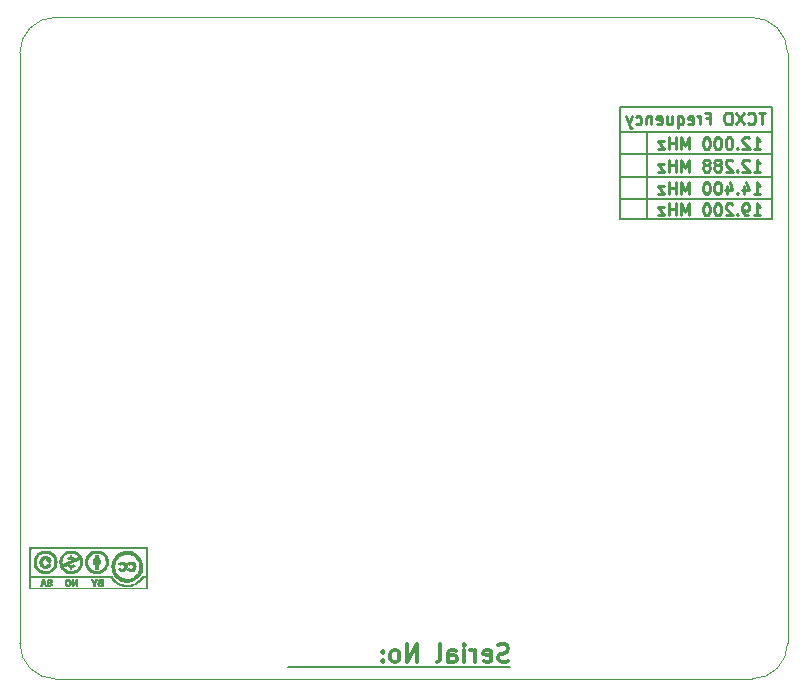
<source format=gbo>
%TF.GenerationSoftware,KiCad,Pcbnew,(2018-02-05 revision 1f487593f)-makepkg*%
%TF.CreationDate,2018-06-26T14:30:34+02:00*%
%TF.ProjectId,MMDVM_Hat,4D4D44564D5F4861742E6B696361645F,rev?*%
%TF.SameCoordinates,Original*%
%TF.FileFunction,Legend,Bot*%
%TF.FilePolarity,Positive*%
%FSLAX46Y46*%
G04 Gerber Fmt 4.6, Leading zero omitted, Abs format (unit mm)*
G04 Created by KiCad (PCBNEW (2018-02-05 revision 1f487593f)-makepkg) date 06/26/18 14:30:34*
%MOMM*%
%LPD*%
G01*
G04 APERTURE LIST*
%ADD10C,0.200000*%
%ADD11C,0.300000*%
%ADD12C,0.250000*%
%ADD13C,0.100000*%
%ADD14C,0.002540*%
G04 APERTURE END LIST*
D10*
X42100000Y-124300000D02*
X42100000Y-124300000D01*
X60900000Y-124300000D02*
X42100000Y-124300000D01*
D11*
X60757142Y-123807142D02*
X60542857Y-123878571D01*
X60185714Y-123878571D01*
X60042857Y-123807142D01*
X59971428Y-123735714D01*
X59900000Y-123592857D01*
X59900000Y-123450000D01*
X59971428Y-123307142D01*
X60042857Y-123235714D01*
X60185714Y-123164285D01*
X60471428Y-123092857D01*
X60614285Y-123021428D01*
X60685714Y-122950000D01*
X60757142Y-122807142D01*
X60757142Y-122664285D01*
X60685714Y-122521428D01*
X60614285Y-122450000D01*
X60471428Y-122378571D01*
X60114285Y-122378571D01*
X59900000Y-122450000D01*
X58685714Y-123807142D02*
X58828571Y-123878571D01*
X59114285Y-123878571D01*
X59257142Y-123807142D01*
X59328571Y-123664285D01*
X59328571Y-123092857D01*
X59257142Y-122950000D01*
X59114285Y-122878571D01*
X58828571Y-122878571D01*
X58685714Y-122950000D01*
X58614285Y-123092857D01*
X58614285Y-123235714D01*
X59328571Y-123378571D01*
X57971428Y-123878571D02*
X57971428Y-122878571D01*
X57971428Y-123164285D02*
X57900000Y-123021428D01*
X57828571Y-122950000D01*
X57685714Y-122878571D01*
X57542857Y-122878571D01*
X57042857Y-123878571D02*
X57042857Y-122878571D01*
X57042857Y-122378571D02*
X57114285Y-122450000D01*
X57042857Y-122521428D01*
X56971428Y-122450000D01*
X57042857Y-122378571D01*
X57042857Y-122521428D01*
X55685714Y-123878571D02*
X55685714Y-123092857D01*
X55757142Y-122950000D01*
X55900000Y-122878571D01*
X56185714Y-122878571D01*
X56328571Y-122950000D01*
X55685714Y-123807142D02*
X55828571Y-123878571D01*
X56185714Y-123878571D01*
X56328571Y-123807142D01*
X56400000Y-123664285D01*
X56400000Y-123521428D01*
X56328571Y-123378571D01*
X56185714Y-123307142D01*
X55828571Y-123307142D01*
X55685714Y-123235714D01*
X54757142Y-123878571D02*
X54900000Y-123807142D01*
X54971428Y-123664285D01*
X54971428Y-122378571D01*
X53042857Y-123878571D02*
X53042857Y-122378571D01*
X52185714Y-123878571D01*
X52185714Y-122378571D01*
X51257142Y-123878571D02*
X51400000Y-123807142D01*
X51471428Y-123735714D01*
X51542857Y-123592857D01*
X51542857Y-123164285D01*
X51471428Y-123021428D01*
X51400000Y-122950000D01*
X51257142Y-122878571D01*
X51042857Y-122878571D01*
X50900000Y-122950000D01*
X50828571Y-123021428D01*
X50757142Y-123164285D01*
X50757142Y-123592857D01*
X50828571Y-123735714D01*
X50900000Y-123807142D01*
X51042857Y-123878571D01*
X51257142Y-123878571D01*
X50114285Y-123735714D02*
X50042857Y-123807142D01*
X50114285Y-123878571D01*
X50185714Y-123807142D01*
X50114285Y-123735714D01*
X50114285Y-123878571D01*
X50114285Y-122950000D02*
X50042857Y-123021428D01*
X50114285Y-123092857D01*
X50185714Y-123021428D01*
X50114285Y-122950000D01*
X50114285Y-123092857D01*
D10*
X72900000Y-86400000D02*
X72900000Y-86400000D01*
X72500000Y-79000000D02*
X72500000Y-86400000D01*
X83100000Y-84700000D02*
X70200000Y-84700000D01*
X83100000Y-82800000D02*
X70200000Y-82800000D01*
X70200000Y-80900000D02*
X70200000Y-80900000D01*
X83100000Y-80900000D02*
X70200000Y-80900000D01*
X70200000Y-79000000D02*
X70200000Y-79000000D01*
X83100000Y-79000000D02*
X70200000Y-79000000D01*
X70200000Y-86400000D02*
X70200000Y-76900000D01*
X83100000Y-86400000D02*
X70200000Y-86400000D01*
X83100000Y-76900000D02*
X83100000Y-86400000D01*
X70200000Y-76900000D02*
X83100000Y-76900000D01*
D12*
X81538095Y-86052380D02*
X82109523Y-86052380D01*
X81823809Y-86052380D02*
X81823809Y-85052380D01*
X81919047Y-85195238D01*
X82014285Y-85290476D01*
X82109523Y-85338095D01*
X81061904Y-86052380D02*
X80871428Y-86052380D01*
X80776190Y-86004761D01*
X80728571Y-85957142D01*
X80633333Y-85814285D01*
X80585714Y-85623809D01*
X80585714Y-85242857D01*
X80633333Y-85147619D01*
X80680952Y-85100000D01*
X80776190Y-85052380D01*
X80966666Y-85052380D01*
X81061904Y-85100000D01*
X81109523Y-85147619D01*
X81157142Y-85242857D01*
X81157142Y-85480952D01*
X81109523Y-85576190D01*
X81061904Y-85623809D01*
X80966666Y-85671428D01*
X80776190Y-85671428D01*
X80680952Y-85623809D01*
X80633333Y-85576190D01*
X80585714Y-85480952D01*
X80157142Y-85957142D02*
X80109523Y-86004761D01*
X80157142Y-86052380D01*
X80204761Y-86004761D01*
X80157142Y-85957142D01*
X80157142Y-86052380D01*
X79728571Y-85147619D02*
X79680952Y-85100000D01*
X79585714Y-85052380D01*
X79347619Y-85052380D01*
X79252380Y-85100000D01*
X79204761Y-85147619D01*
X79157142Y-85242857D01*
X79157142Y-85338095D01*
X79204761Y-85480952D01*
X79776190Y-86052380D01*
X79157142Y-86052380D01*
X78538095Y-85052380D02*
X78442857Y-85052380D01*
X78347619Y-85100000D01*
X78300000Y-85147619D01*
X78252380Y-85242857D01*
X78204761Y-85433333D01*
X78204761Y-85671428D01*
X78252380Y-85861904D01*
X78300000Y-85957142D01*
X78347619Y-86004761D01*
X78442857Y-86052380D01*
X78538095Y-86052380D01*
X78633333Y-86004761D01*
X78680952Y-85957142D01*
X78728571Y-85861904D01*
X78776190Y-85671428D01*
X78776190Y-85433333D01*
X78728571Y-85242857D01*
X78680952Y-85147619D01*
X78633333Y-85100000D01*
X78538095Y-85052380D01*
X77585714Y-85052380D02*
X77490476Y-85052380D01*
X77395238Y-85100000D01*
X77347619Y-85147619D01*
X77300000Y-85242857D01*
X77252380Y-85433333D01*
X77252380Y-85671428D01*
X77300000Y-85861904D01*
X77347619Y-85957142D01*
X77395238Y-86004761D01*
X77490476Y-86052380D01*
X77585714Y-86052380D01*
X77680952Y-86004761D01*
X77728571Y-85957142D01*
X77776190Y-85861904D01*
X77823809Y-85671428D01*
X77823809Y-85433333D01*
X77776190Y-85242857D01*
X77728571Y-85147619D01*
X77680952Y-85100000D01*
X77585714Y-85052380D01*
X76061904Y-86052380D02*
X76061904Y-85052380D01*
X75728571Y-85766666D01*
X75395238Y-85052380D01*
X75395238Y-86052380D01*
X74919047Y-86052380D02*
X74919047Y-85052380D01*
X74919047Y-85528571D02*
X74347619Y-85528571D01*
X74347619Y-86052380D02*
X74347619Y-85052380D01*
X73966666Y-85385714D02*
X73442857Y-85385714D01*
X73966666Y-86052380D01*
X73442857Y-86052380D01*
X81538095Y-84252380D02*
X82109523Y-84252380D01*
X81823809Y-84252380D02*
X81823809Y-83252380D01*
X81919047Y-83395238D01*
X82014285Y-83490476D01*
X82109523Y-83538095D01*
X80680952Y-83585714D02*
X80680952Y-84252380D01*
X80919047Y-83204761D02*
X81157142Y-83919047D01*
X80538095Y-83919047D01*
X80157142Y-84157142D02*
X80109523Y-84204761D01*
X80157142Y-84252380D01*
X80204761Y-84204761D01*
X80157142Y-84157142D01*
X80157142Y-84252380D01*
X79252380Y-83585714D02*
X79252380Y-84252380D01*
X79490476Y-83204761D02*
X79728571Y-83919047D01*
X79109523Y-83919047D01*
X78538095Y-83252380D02*
X78442857Y-83252380D01*
X78347619Y-83300000D01*
X78300000Y-83347619D01*
X78252380Y-83442857D01*
X78204761Y-83633333D01*
X78204761Y-83871428D01*
X78252380Y-84061904D01*
X78300000Y-84157142D01*
X78347619Y-84204761D01*
X78442857Y-84252380D01*
X78538095Y-84252380D01*
X78633333Y-84204761D01*
X78680952Y-84157142D01*
X78728571Y-84061904D01*
X78776190Y-83871428D01*
X78776190Y-83633333D01*
X78728571Y-83442857D01*
X78680952Y-83347619D01*
X78633333Y-83300000D01*
X78538095Y-83252380D01*
X77585714Y-83252380D02*
X77490476Y-83252380D01*
X77395238Y-83300000D01*
X77347619Y-83347619D01*
X77300000Y-83442857D01*
X77252380Y-83633333D01*
X77252380Y-83871428D01*
X77300000Y-84061904D01*
X77347619Y-84157142D01*
X77395238Y-84204761D01*
X77490476Y-84252380D01*
X77585714Y-84252380D01*
X77680952Y-84204761D01*
X77728571Y-84157142D01*
X77776190Y-84061904D01*
X77823809Y-83871428D01*
X77823809Y-83633333D01*
X77776190Y-83442857D01*
X77728571Y-83347619D01*
X77680952Y-83300000D01*
X77585714Y-83252380D01*
X76061904Y-84252380D02*
X76061904Y-83252380D01*
X75728571Y-83966666D01*
X75395238Y-83252380D01*
X75395238Y-84252380D01*
X74919047Y-84252380D02*
X74919047Y-83252380D01*
X74919047Y-83728571D02*
X74347619Y-83728571D01*
X74347619Y-84252380D02*
X74347619Y-83252380D01*
X73966666Y-83585714D02*
X73442857Y-83585714D01*
X73966666Y-84252380D01*
X73442857Y-84252380D01*
X81538095Y-82352380D02*
X82109523Y-82352380D01*
X81823809Y-82352380D02*
X81823809Y-81352380D01*
X81919047Y-81495238D01*
X82014285Y-81590476D01*
X82109523Y-81638095D01*
X81157142Y-81447619D02*
X81109523Y-81400000D01*
X81014285Y-81352380D01*
X80776190Y-81352380D01*
X80680952Y-81400000D01*
X80633333Y-81447619D01*
X80585714Y-81542857D01*
X80585714Y-81638095D01*
X80633333Y-81780952D01*
X81204761Y-82352380D01*
X80585714Y-82352380D01*
X80157142Y-82257142D02*
X80109523Y-82304761D01*
X80157142Y-82352380D01*
X80204761Y-82304761D01*
X80157142Y-82257142D01*
X80157142Y-82352380D01*
X79728571Y-81447619D02*
X79680952Y-81400000D01*
X79585714Y-81352380D01*
X79347619Y-81352380D01*
X79252380Y-81400000D01*
X79204761Y-81447619D01*
X79157142Y-81542857D01*
X79157142Y-81638095D01*
X79204761Y-81780952D01*
X79776190Y-82352380D01*
X79157142Y-82352380D01*
X78585714Y-81780952D02*
X78680952Y-81733333D01*
X78728571Y-81685714D01*
X78776190Y-81590476D01*
X78776190Y-81542857D01*
X78728571Y-81447619D01*
X78680952Y-81400000D01*
X78585714Y-81352380D01*
X78395238Y-81352380D01*
X78300000Y-81400000D01*
X78252380Y-81447619D01*
X78204761Y-81542857D01*
X78204761Y-81590476D01*
X78252380Y-81685714D01*
X78300000Y-81733333D01*
X78395238Y-81780952D01*
X78585714Y-81780952D01*
X78680952Y-81828571D01*
X78728571Y-81876190D01*
X78776190Y-81971428D01*
X78776190Y-82161904D01*
X78728571Y-82257142D01*
X78680952Y-82304761D01*
X78585714Y-82352380D01*
X78395238Y-82352380D01*
X78300000Y-82304761D01*
X78252380Y-82257142D01*
X78204761Y-82161904D01*
X78204761Y-81971428D01*
X78252380Y-81876190D01*
X78300000Y-81828571D01*
X78395238Y-81780952D01*
X77633333Y-81780952D02*
X77728571Y-81733333D01*
X77776190Y-81685714D01*
X77823809Y-81590476D01*
X77823809Y-81542857D01*
X77776190Y-81447619D01*
X77728571Y-81400000D01*
X77633333Y-81352380D01*
X77442857Y-81352380D01*
X77347619Y-81400000D01*
X77300000Y-81447619D01*
X77252380Y-81542857D01*
X77252380Y-81590476D01*
X77300000Y-81685714D01*
X77347619Y-81733333D01*
X77442857Y-81780952D01*
X77633333Y-81780952D01*
X77728571Y-81828571D01*
X77776190Y-81876190D01*
X77823809Y-81971428D01*
X77823809Y-82161904D01*
X77776190Y-82257142D01*
X77728571Y-82304761D01*
X77633333Y-82352380D01*
X77442857Y-82352380D01*
X77347619Y-82304761D01*
X77300000Y-82257142D01*
X77252380Y-82161904D01*
X77252380Y-81971428D01*
X77300000Y-81876190D01*
X77347619Y-81828571D01*
X77442857Y-81780952D01*
X76061904Y-82352380D02*
X76061904Y-81352380D01*
X75728571Y-82066666D01*
X75395238Y-81352380D01*
X75395238Y-82352380D01*
X74919047Y-82352380D02*
X74919047Y-81352380D01*
X74919047Y-81828571D02*
X74347619Y-81828571D01*
X74347619Y-82352380D02*
X74347619Y-81352380D01*
X73966666Y-81685714D02*
X73442857Y-81685714D01*
X73966666Y-82352380D01*
X73442857Y-82352380D01*
X81538095Y-80452380D02*
X82109523Y-80452380D01*
X81823809Y-80452380D02*
X81823809Y-79452380D01*
X81919047Y-79595238D01*
X82014285Y-79690476D01*
X82109523Y-79738095D01*
X81157142Y-79547619D02*
X81109523Y-79500000D01*
X81014285Y-79452380D01*
X80776190Y-79452380D01*
X80680952Y-79500000D01*
X80633333Y-79547619D01*
X80585714Y-79642857D01*
X80585714Y-79738095D01*
X80633333Y-79880952D01*
X81204761Y-80452380D01*
X80585714Y-80452380D01*
X80157142Y-80357142D02*
X80109523Y-80404761D01*
X80157142Y-80452380D01*
X80204761Y-80404761D01*
X80157142Y-80357142D01*
X80157142Y-80452380D01*
X79490476Y-79452380D02*
X79395238Y-79452380D01*
X79300000Y-79500000D01*
X79252380Y-79547619D01*
X79204761Y-79642857D01*
X79157142Y-79833333D01*
X79157142Y-80071428D01*
X79204761Y-80261904D01*
X79252380Y-80357142D01*
X79300000Y-80404761D01*
X79395238Y-80452380D01*
X79490476Y-80452380D01*
X79585714Y-80404761D01*
X79633333Y-80357142D01*
X79680952Y-80261904D01*
X79728571Y-80071428D01*
X79728571Y-79833333D01*
X79680952Y-79642857D01*
X79633333Y-79547619D01*
X79585714Y-79500000D01*
X79490476Y-79452380D01*
X78538095Y-79452380D02*
X78442857Y-79452380D01*
X78347619Y-79500000D01*
X78300000Y-79547619D01*
X78252380Y-79642857D01*
X78204761Y-79833333D01*
X78204761Y-80071428D01*
X78252380Y-80261904D01*
X78300000Y-80357142D01*
X78347619Y-80404761D01*
X78442857Y-80452380D01*
X78538095Y-80452380D01*
X78633333Y-80404761D01*
X78680952Y-80357142D01*
X78728571Y-80261904D01*
X78776190Y-80071428D01*
X78776190Y-79833333D01*
X78728571Y-79642857D01*
X78680952Y-79547619D01*
X78633333Y-79500000D01*
X78538095Y-79452380D01*
X77585714Y-79452380D02*
X77490476Y-79452380D01*
X77395238Y-79500000D01*
X77347619Y-79547619D01*
X77300000Y-79642857D01*
X77252380Y-79833333D01*
X77252380Y-80071428D01*
X77300000Y-80261904D01*
X77347619Y-80357142D01*
X77395238Y-80404761D01*
X77490476Y-80452380D01*
X77585714Y-80452380D01*
X77680952Y-80404761D01*
X77728571Y-80357142D01*
X77776190Y-80261904D01*
X77823809Y-80071428D01*
X77823809Y-79833333D01*
X77776190Y-79642857D01*
X77728571Y-79547619D01*
X77680952Y-79500000D01*
X77585714Y-79452380D01*
X76061904Y-80452380D02*
X76061904Y-79452380D01*
X75728571Y-80166666D01*
X75395238Y-79452380D01*
X75395238Y-80452380D01*
X74919047Y-80452380D02*
X74919047Y-79452380D01*
X74919047Y-79928571D02*
X74347619Y-79928571D01*
X74347619Y-80452380D02*
X74347619Y-79452380D01*
X73966666Y-79785714D02*
X73442857Y-79785714D01*
X73966666Y-80452380D01*
X73442857Y-80452380D01*
X82528571Y-77352380D02*
X81957142Y-77352380D01*
X82242857Y-78352380D02*
X82242857Y-77352380D01*
X81052380Y-78257142D02*
X81100000Y-78304761D01*
X81242857Y-78352380D01*
X81338095Y-78352380D01*
X81480952Y-78304761D01*
X81576190Y-78209523D01*
X81623809Y-78114285D01*
X81671428Y-77923809D01*
X81671428Y-77780952D01*
X81623809Y-77590476D01*
X81576190Y-77495238D01*
X81480952Y-77400000D01*
X81338095Y-77352380D01*
X81242857Y-77352380D01*
X81100000Y-77400000D01*
X81052380Y-77447619D01*
X80719047Y-77352380D02*
X80052380Y-78352380D01*
X80052380Y-77352380D02*
X80719047Y-78352380D01*
X79480952Y-77352380D02*
X79290476Y-77352380D01*
X79195238Y-77400000D01*
X79100000Y-77495238D01*
X79052380Y-77685714D01*
X79052380Y-78019047D01*
X79100000Y-78209523D01*
X79195238Y-78304761D01*
X79290476Y-78352380D01*
X79480952Y-78352380D01*
X79576190Y-78304761D01*
X79671428Y-78209523D01*
X79719047Y-78019047D01*
X79719047Y-77685714D01*
X79671428Y-77495238D01*
X79576190Y-77400000D01*
X79480952Y-77352380D01*
X77528571Y-77828571D02*
X77861904Y-77828571D01*
X77861904Y-78352380D02*
X77861904Y-77352380D01*
X77385714Y-77352380D01*
X77004761Y-78352380D02*
X77004761Y-77685714D01*
X77004761Y-77876190D02*
X76957142Y-77780952D01*
X76909523Y-77733333D01*
X76814285Y-77685714D01*
X76719047Y-77685714D01*
X76004761Y-78304761D02*
X76100000Y-78352380D01*
X76290476Y-78352380D01*
X76385714Y-78304761D01*
X76433333Y-78209523D01*
X76433333Y-77828571D01*
X76385714Y-77733333D01*
X76290476Y-77685714D01*
X76100000Y-77685714D01*
X76004761Y-77733333D01*
X75957142Y-77828571D01*
X75957142Y-77923809D01*
X76433333Y-78019047D01*
X75100000Y-77685714D02*
X75100000Y-78685714D01*
X75100000Y-78304761D02*
X75195238Y-78352380D01*
X75385714Y-78352380D01*
X75480952Y-78304761D01*
X75528571Y-78257142D01*
X75576190Y-78161904D01*
X75576190Y-77876190D01*
X75528571Y-77780952D01*
X75480952Y-77733333D01*
X75385714Y-77685714D01*
X75195238Y-77685714D01*
X75100000Y-77733333D01*
X74195238Y-77685714D02*
X74195238Y-78352380D01*
X74623809Y-77685714D02*
X74623809Y-78209523D01*
X74576190Y-78304761D01*
X74480952Y-78352380D01*
X74338095Y-78352380D01*
X74242857Y-78304761D01*
X74195238Y-78257142D01*
X73338095Y-78304761D02*
X73433333Y-78352380D01*
X73623809Y-78352380D01*
X73719047Y-78304761D01*
X73766666Y-78209523D01*
X73766666Y-77828571D01*
X73719047Y-77733333D01*
X73623809Y-77685714D01*
X73433333Y-77685714D01*
X73338095Y-77733333D01*
X73290476Y-77828571D01*
X73290476Y-77923809D01*
X73766666Y-78019047D01*
X72861904Y-77685714D02*
X72861904Y-78352380D01*
X72861904Y-77780952D02*
X72814285Y-77733333D01*
X72719047Y-77685714D01*
X72576190Y-77685714D01*
X72480952Y-77733333D01*
X72433333Y-77828571D01*
X72433333Y-78352380D01*
X71528571Y-78304761D02*
X71623809Y-78352380D01*
X71814285Y-78352380D01*
X71909523Y-78304761D01*
X71957142Y-78257142D01*
X72004761Y-78161904D01*
X72004761Y-77876190D01*
X71957142Y-77780952D01*
X71909523Y-77733333D01*
X71814285Y-77685714D01*
X71623809Y-77685714D01*
X71528571Y-77733333D01*
X71195238Y-77685714D02*
X70957142Y-78352380D01*
X70719047Y-77685714D02*
X70957142Y-78352380D01*
X71052380Y-78590476D01*
X71100000Y-78638095D01*
X71195238Y-78685714D01*
D13*
X84400000Y-72300000D02*
G75*
G03X81400000Y-69300000I-3000000J0D01*
G01*
X22400000Y-69300000D02*
X81400000Y-69300000D01*
X22400000Y-69300000D02*
G75*
G03X19400000Y-72300000I0J-3000000D01*
G01*
X81400000Y-125300000D02*
G75*
G03X84400000Y-122300000I0J3000000D01*
G01*
X19400000Y-122300000D02*
G75*
G03X22400000Y-125300000I3000000J0D01*
G01*
X19400000Y-87800000D02*
X19400000Y-122300000D01*
X19400000Y-72300000D02*
X19400000Y-87800000D01*
X22400000Y-125300000D02*
X81400000Y-125300000D01*
X84400000Y-72300000D02*
X84400000Y-122300000D01*
D14*
G36*
X21049640Y-115394540D02*
X21054720Y-115491060D01*
X21075040Y-115585040D01*
X21108060Y-115671400D01*
X21128380Y-115704420D01*
X21158860Y-115745060D01*
X21189340Y-115783160D01*
X21194420Y-115785700D01*
X21270620Y-115849200D01*
X21354440Y-115892380D01*
X21448420Y-115917780D01*
X21544940Y-115927940D01*
X21644000Y-115917780D01*
X21649080Y-115917780D01*
X21732900Y-115894920D01*
X21809100Y-115851740D01*
X21870060Y-115793320D01*
X21923400Y-115719660D01*
X21958960Y-115630760D01*
X21974200Y-115579960D01*
X21981820Y-115552020D01*
X21857360Y-115552020D01*
X21732900Y-115552020D01*
X21725280Y-115592660D01*
X21712580Y-115633300D01*
X21684640Y-115671400D01*
X21654160Y-115699340D01*
X21649080Y-115701880D01*
X21628760Y-115709500D01*
X21595740Y-115717120D01*
X21572880Y-115722200D01*
X21504300Y-115724740D01*
X21443340Y-115709500D01*
X21392540Y-115676480D01*
X21351900Y-115628220D01*
X21321420Y-115562180D01*
X21301100Y-115480900D01*
X21296020Y-115409780D01*
X21298560Y-115336120D01*
X21313800Y-115265000D01*
X21334120Y-115206580D01*
X21336660Y-115201500D01*
X21369680Y-115153240D01*
X21415400Y-115120220D01*
X21461120Y-115099900D01*
X21524620Y-115094820D01*
X21585580Y-115102440D01*
X21638920Y-115122760D01*
X21684640Y-115155780D01*
X21710040Y-115193880D01*
X21725280Y-115226900D01*
X21727820Y-115247220D01*
X21722740Y-115257380D01*
X21699880Y-115259920D01*
X21692260Y-115262460D01*
X21656700Y-115262460D01*
X21753220Y-115358980D01*
X21849740Y-115455500D01*
X21948800Y-115358980D01*
X22045320Y-115262460D01*
X22009760Y-115262460D01*
X21979280Y-115257380D01*
X21964040Y-115239600D01*
X21961500Y-115211660D01*
X21956420Y-115188800D01*
X21941180Y-115153240D01*
X21918320Y-115110060D01*
X21895460Y-115069420D01*
X21870060Y-115031320D01*
X21847200Y-115005920D01*
X21781160Y-114955120D01*
X21704960Y-114919560D01*
X21621140Y-114896700D01*
X21532240Y-114889080D01*
X21443340Y-114899240D01*
X21351900Y-114924640D01*
X21298560Y-114947500D01*
X21227440Y-114993220D01*
X21166480Y-115054180D01*
X21118220Y-115127840D01*
X21082660Y-115211660D01*
X21059800Y-115300560D01*
X21049640Y-115394540D01*
X21049640Y-115394540D01*
G37*
X21049640Y-115394540D02*
X21054720Y-115491060D01*
X21075040Y-115585040D01*
X21108060Y-115671400D01*
X21128380Y-115704420D01*
X21158860Y-115745060D01*
X21189340Y-115783160D01*
X21194420Y-115785700D01*
X21270620Y-115849200D01*
X21354440Y-115892380D01*
X21448420Y-115917780D01*
X21544940Y-115927940D01*
X21644000Y-115917780D01*
X21649080Y-115917780D01*
X21732900Y-115894920D01*
X21809100Y-115851740D01*
X21870060Y-115793320D01*
X21923400Y-115719660D01*
X21958960Y-115630760D01*
X21974200Y-115579960D01*
X21981820Y-115552020D01*
X21857360Y-115552020D01*
X21732900Y-115552020D01*
X21725280Y-115592660D01*
X21712580Y-115633300D01*
X21684640Y-115671400D01*
X21654160Y-115699340D01*
X21649080Y-115701880D01*
X21628760Y-115709500D01*
X21595740Y-115717120D01*
X21572880Y-115722200D01*
X21504300Y-115724740D01*
X21443340Y-115709500D01*
X21392540Y-115676480D01*
X21351900Y-115628220D01*
X21321420Y-115562180D01*
X21301100Y-115480900D01*
X21296020Y-115409780D01*
X21298560Y-115336120D01*
X21313800Y-115265000D01*
X21334120Y-115206580D01*
X21336660Y-115201500D01*
X21369680Y-115153240D01*
X21415400Y-115120220D01*
X21461120Y-115099900D01*
X21524620Y-115094820D01*
X21585580Y-115102440D01*
X21638920Y-115122760D01*
X21684640Y-115155780D01*
X21710040Y-115193880D01*
X21725280Y-115226900D01*
X21727820Y-115247220D01*
X21722740Y-115257380D01*
X21699880Y-115259920D01*
X21692260Y-115262460D01*
X21656700Y-115262460D01*
X21753220Y-115358980D01*
X21849740Y-115455500D01*
X21948800Y-115358980D01*
X22045320Y-115262460D01*
X22009760Y-115262460D01*
X21979280Y-115257380D01*
X21964040Y-115239600D01*
X21961500Y-115211660D01*
X21956420Y-115188800D01*
X21941180Y-115153240D01*
X21918320Y-115110060D01*
X21895460Y-115069420D01*
X21870060Y-115031320D01*
X21847200Y-115005920D01*
X21781160Y-114955120D01*
X21704960Y-114919560D01*
X21621140Y-114896700D01*
X21532240Y-114889080D01*
X21443340Y-114899240D01*
X21351900Y-114924640D01*
X21298560Y-114947500D01*
X21227440Y-114993220D01*
X21166480Y-115054180D01*
X21118220Y-115127840D01*
X21082660Y-115211660D01*
X21059800Y-115300560D01*
X21049640Y-115394540D01*
G36*
X25753720Y-114922100D02*
X25761340Y-114962740D01*
X25781660Y-114998300D01*
X25814680Y-115026240D01*
X25860400Y-115044020D01*
X25862940Y-115044020D01*
X25893420Y-115044020D01*
X25926440Y-115038940D01*
X25934060Y-115036400D01*
X25959460Y-115026240D01*
X25974700Y-115021160D01*
X25982320Y-115013540D01*
X25992480Y-114995760D01*
X25997560Y-114988140D01*
X26017880Y-114939880D01*
X26017880Y-114891620D01*
X26005180Y-114848440D01*
X25977240Y-114812880D01*
X25939140Y-114790020D01*
X25888340Y-114779860D01*
X25880720Y-114777320D01*
X25835000Y-114787480D01*
X25796900Y-114810340D01*
X25771500Y-114840820D01*
X25756260Y-114878920D01*
X25753720Y-114922100D01*
X25753720Y-114922100D01*
G37*
X25753720Y-114922100D02*
X25761340Y-114962740D01*
X25781660Y-114998300D01*
X25814680Y-115026240D01*
X25860400Y-115044020D01*
X25862940Y-115044020D01*
X25893420Y-115044020D01*
X25926440Y-115038940D01*
X25934060Y-115036400D01*
X25959460Y-115026240D01*
X25974700Y-115021160D01*
X25982320Y-115013540D01*
X25992480Y-114995760D01*
X25997560Y-114988140D01*
X26017880Y-114939880D01*
X26017880Y-114891620D01*
X26005180Y-114848440D01*
X25977240Y-114812880D01*
X25939140Y-114790020D01*
X25888340Y-114779860D01*
X25880720Y-114777320D01*
X25835000Y-114787480D01*
X25796900Y-114810340D01*
X25771500Y-114840820D01*
X25756260Y-114878920D01*
X25753720Y-114922100D01*
G36*
X25626720Y-115191340D02*
X25626720Y-115221820D01*
X25626720Y-115265000D01*
X25626720Y-115318340D01*
X25626720Y-115371680D01*
X25629260Y-115549480D01*
X25680060Y-115552020D01*
X25733400Y-115557100D01*
X25735940Y-115788240D01*
X25738480Y-116019380D01*
X25888340Y-116019380D01*
X26038200Y-116019380D01*
X26038200Y-115785700D01*
X26038200Y-115549480D01*
X26081380Y-115552020D01*
X26111860Y-115552020D01*
X26132180Y-115552020D01*
X26137260Y-115552020D01*
X26139800Y-115546940D01*
X26144880Y-115531700D01*
X26147420Y-115503760D01*
X26147420Y-115458040D01*
X26147420Y-115399620D01*
X26147420Y-115348820D01*
X26147420Y-115277700D01*
X26147420Y-115221820D01*
X26144880Y-115183720D01*
X26142340Y-115155780D01*
X26139800Y-115138000D01*
X26134720Y-115125300D01*
X26132180Y-115122760D01*
X26127100Y-115115140D01*
X26119480Y-115110060D01*
X26109320Y-115107520D01*
X26091540Y-115104980D01*
X26063600Y-115102440D01*
X26025500Y-115102440D01*
X25972160Y-115099900D01*
X25901040Y-115099900D01*
X25888340Y-115099900D01*
X25809600Y-115102440D01*
X25748640Y-115102440D01*
X25702920Y-115104980D01*
X25669900Y-115107520D01*
X25647040Y-115115140D01*
X25634340Y-115125300D01*
X25629260Y-115138000D01*
X25626720Y-115155780D01*
X25626720Y-115176100D01*
X25626720Y-115191340D01*
X25626720Y-115191340D01*
G37*
X25626720Y-115191340D02*
X25626720Y-115221820D01*
X25626720Y-115265000D01*
X25626720Y-115318340D01*
X25626720Y-115371680D01*
X25629260Y-115549480D01*
X25680060Y-115552020D01*
X25733400Y-115557100D01*
X25735940Y-115788240D01*
X25738480Y-116019380D01*
X25888340Y-116019380D01*
X26038200Y-116019380D01*
X26038200Y-115785700D01*
X26038200Y-115549480D01*
X26081380Y-115552020D01*
X26111860Y-115552020D01*
X26132180Y-115552020D01*
X26137260Y-115552020D01*
X26139800Y-115546940D01*
X26144880Y-115531700D01*
X26147420Y-115503760D01*
X26147420Y-115458040D01*
X26147420Y-115399620D01*
X26147420Y-115348820D01*
X26147420Y-115277700D01*
X26147420Y-115221820D01*
X26144880Y-115183720D01*
X26142340Y-115155780D01*
X26139800Y-115138000D01*
X26134720Y-115125300D01*
X26132180Y-115122760D01*
X26127100Y-115115140D01*
X26119480Y-115110060D01*
X26109320Y-115107520D01*
X26091540Y-115104980D01*
X26063600Y-115102440D01*
X26025500Y-115102440D01*
X25972160Y-115099900D01*
X25901040Y-115099900D01*
X25888340Y-115099900D01*
X25809600Y-115102440D01*
X25748640Y-115102440D01*
X25702920Y-115104980D01*
X25669900Y-115107520D01*
X25647040Y-115115140D01*
X25634340Y-115125300D01*
X25629260Y-115138000D01*
X25626720Y-115155780D01*
X25626720Y-115176100D01*
X25626720Y-115191340D01*
G36*
X27724760Y-115978740D02*
X27724760Y-115991440D01*
X27737460Y-116014300D01*
X27750160Y-116032080D01*
X27808580Y-116095580D01*
X27872080Y-116138760D01*
X27943200Y-116166700D01*
X28024480Y-116179400D01*
X28115920Y-116176860D01*
X28192120Y-116164160D01*
X28255620Y-116136220D01*
X28316580Y-116095580D01*
X28326740Y-116085420D01*
X28377540Y-116024460D01*
X28415640Y-115950800D01*
X28438500Y-115869520D01*
X28441040Y-115851740D01*
X28443580Y-115760300D01*
X28433420Y-115673940D01*
X28408020Y-115592660D01*
X28367380Y-115521540D01*
X28316580Y-115463120D01*
X28253080Y-115419940D01*
X28214980Y-115402160D01*
X28138780Y-115381840D01*
X28054960Y-115376760D01*
X27968600Y-115384380D01*
X27892400Y-115407240D01*
X27882240Y-115409780D01*
X27846680Y-115432640D01*
X27808580Y-115460580D01*
X27770480Y-115493600D01*
X27742540Y-115526620D01*
X27734920Y-115541860D01*
X27727300Y-115554560D01*
X27727300Y-115562180D01*
X27737460Y-115572340D01*
X27755240Y-115585040D01*
X27790800Y-115602820D01*
X27806040Y-115610440D01*
X27889860Y-115651080D01*
X27938120Y-115600280D01*
X27963520Y-115574880D01*
X27983840Y-115559640D01*
X28001620Y-115552020D01*
X28029560Y-115552020D01*
X28039720Y-115552020D01*
X28095600Y-115557100D01*
X28138780Y-115579960D01*
X28174340Y-115620600D01*
X28189580Y-115646000D01*
X28204820Y-115696800D01*
X28214980Y-115760300D01*
X28212440Y-115823800D01*
X28202280Y-115884760D01*
X28192120Y-115910160D01*
X28161640Y-115955880D01*
X28121000Y-115988900D01*
X28072740Y-116004140D01*
X28021940Y-116006680D01*
X27973680Y-115991440D01*
X27927960Y-115960960D01*
X27907640Y-115935560D01*
X27889860Y-115915240D01*
X27887320Y-115907620D01*
X27882240Y-115902540D01*
X27867000Y-115905080D01*
X27844140Y-115915240D01*
X27808580Y-115933020D01*
X27773020Y-115950800D01*
X27745080Y-115968580D01*
X27727300Y-115978740D01*
X27724760Y-115978740D01*
X27724760Y-115978740D01*
G37*
X27724760Y-115978740D02*
X27724760Y-115991440D01*
X27737460Y-116014300D01*
X27750160Y-116032080D01*
X27808580Y-116095580D01*
X27872080Y-116138760D01*
X27943200Y-116166700D01*
X28024480Y-116179400D01*
X28115920Y-116176860D01*
X28192120Y-116164160D01*
X28255620Y-116136220D01*
X28316580Y-116095580D01*
X28326740Y-116085420D01*
X28377540Y-116024460D01*
X28415640Y-115950800D01*
X28438500Y-115869520D01*
X28441040Y-115851740D01*
X28443580Y-115760300D01*
X28433420Y-115673940D01*
X28408020Y-115592660D01*
X28367380Y-115521540D01*
X28316580Y-115463120D01*
X28253080Y-115419940D01*
X28214980Y-115402160D01*
X28138780Y-115381840D01*
X28054960Y-115376760D01*
X27968600Y-115384380D01*
X27892400Y-115407240D01*
X27882240Y-115409780D01*
X27846680Y-115432640D01*
X27808580Y-115460580D01*
X27770480Y-115493600D01*
X27742540Y-115526620D01*
X27734920Y-115541860D01*
X27727300Y-115554560D01*
X27727300Y-115562180D01*
X27737460Y-115572340D01*
X27755240Y-115585040D01*
X27790800Y-115602820D01*
X27806040Y-115610440D01*
X27889860Y-115651080D01*
X27938120Y-115600280D01*
X27963520Y-115574880D01*
X27983840Y-115559640D01*
X28001620Y-115552020D01*
X28029560Y-115552020D01*
X28039720Y-115552020D01*
X28095600Y-115557100D01*
X28138780Y-115579960D01*
X28174340Y-115620600D01*
X28189580Y-115646000D01*
X28204820Y-115696800D01*
X28214980Y-115760300D01*
X28212440Y-115823800D01*
X28202280Y-115884760D01*
X28192120Y-115910160D01*
X28161640Y-115955880D01*
X28121000Y-115988900D01*
X28072740Y-116004140D01*
X28021940Y-116006680D01*
X27973680Y-115991440D01*
X27927960Y-115960960D01*
X27907640Y-115935560D01*
X27889860Y-115915240D01*
X27887320Y-115907620D01*
X27882240Y-115902540D01*
X27867000Y-115905080D01*
X27844140Y-115915240D01*
X27808580Y-115933020D01*
X27773020Y-115950800D01*
X27745080Y-115968580D01*
X27727300Y-115978740D01*
X27724760Y-115978740D01*
G36*
X28468980Y-115981280D02*
X28486760Y-116009220D01*
X28514700Y-116047320D01*
X28552800Y-116085420D01*
X28595980Y-116120980D01*
X28636620Y-116146380D01*
X28646780Y-116151460D01*
X28717900Y-116171780D01*
X28801720Y-116179400D01*
X28865220Y-116176860D01*
X28949040Y-116161620D01*
X29025240Y-116128600D01*
X29086200Y-116080340D01*
X29137000Y-116019380D01*
X29172560Y-115945720D01*
X29192880Y-115864440D01*
X29197960Y-115767920D01*
X29195420Y-115742520D01*
X29182720Y-115656160D01*
X29157320Y-115582500D01*
X29114140Y-115516460D01*
X29096360Y-115496140D01*
X29032860Y-115440260D01*
X28959200Y-115402160D01*
X28877920Y-115379300D01*
X28786480Y-115376760D01*
X28748380Y-115381840D01*
X28702660Y-115389460D01*
X28654400Y-115404700D01*
X28621380Y-115417400D01*
X28590900Y-115435180D01*
X28557880Y-115460580D01*
X28527400Y-115491060D01*
X28499460Y-115519000D01*
X28484220Y-115544400D01*
X28479140Y-115557100D01*
X28486760Y-115567260D01*
X28509620Y-115582500D01*
X28542640Y-115602820D01*
X28557880Y-115610440D01*
X28639160Y-115651080D01*
X28687420Y-115600280D01*
X28712820Y-115574880D01*
X28733140Y-115559640D01*
X28753460Y-115552020D01*
X28778860Y-115552020D01*
X28791560Y-115552020D01*
X28847440Y-115559640D01*
X28893160Y-115585040D01*
X28931260Y-115625680D01*
X28933800Y-115630760D01*
X28946500Y-115666320D01*
X28954120Y-115714580D01*
X28959200Y-115770460D01*
X28956660Y-115826340D01*
X28951580Y-115877140D01*
X28943960Y-115900000D01*
X28921100Y-115948260D01*
X28888080Y-115981280D01*
X28842360Y-115999060D01*
X28794100Y-116004140D01*
X28740760Y-115999060D01*
X28700120Y-115981280D01*
X28669640Y-115950800D01*
X28654400Y-115930480D01*
X28639160Y-115910160D01*
X28626460Y-115900000D01*
X28613760Y-115902540D01*
X28588360Y-115915240D01*
X28555340Y-115933020D01*
X28542640Y-115940640D01*
X28468980Y-115981280D01*
X28468980Y-115981280D01*
G37*
X28468980Y-115981280D02*
X28486760Y-116009220D01*
X28514700Y-116047320D01*
X28552800Y-116085420D01*
X28595980Y-116120980D01*
X28636620Y-116146380D01*
X28646780Y-116151460D01*
X28717900Y-116171780D01*
X28801720Y-116179400D01*
X28865220Y-116176860D01*
X28949040Y-116161620D01*
X29025240Y-116128600D01*
X29086200Y-116080340D01*
X29137000Y-116019380D01*
X29172560Y-115945720D01*
X29192880Y-115864440D01*
X29197960Y-115767920D01*
X29195420Y-115742520D01*
X29182720Y-115656160D01*
X29157320Y-115582500D01*
X29114140Y-115516460D01*
X29096360Y-115496140D01*
X29032860Y-115440260D01*
X28959200Y-115402160D01*
X28877920Y-115379300D01*
X28786480Y-115376760D01*
X28748380Y-115381840D01*
X28702660Y-115389460D01*
X28654400Y-115404700D01*
X28621380Y-115417400D01*
X28590900Y-115435180D01*
X28557880Y-115460580D01*
X28527400Y-115491060D01*
X28499460Y-115519000D01*
X28484220Y-115544400D01*
X28479140Y-115557100D01*
X28486760Y-115567260D01*
X28509620Y-115582500D01*
X28542640Y-115602820D01*
X28557880Y-115610440D01*
X28639160Y-115651080D01*
X28687420Y-115600280D01*
X28712820Y-115574880D01*
X28733140Y-115559640D01*
X28753460Y-115552020D01*
X28778860Y-115552020D01*
X28791560Y-115552020D01*
X28847440Y-115559640D01*
X28893160Y-115585040D01*
X28931260Y-115625680D01*
X28933800Y-115630760D01*
X28946500Y-115666320D01*
X28954120Y-115714580D01*
X28959200Y-115770460D01*
X28956660Y-115826340D01*
X28951580Y-115877140D01*
X28943960Y-115900000D01*
X28921100Y-115948260D01*
X28888080Y-115981280D01*
X28842360Y-115999060D01*
X28794100Y-116004140D01*
X28740760Y-115999060D01*
X28700120Y-115981280D01*
X28669640Y-115950800D01*
X28654400Y-115930480D01*
X28639160Y-115910160D01*
X28626460Y-115900000D01*
X28613760Y-115902540D01*
X28588360Y-115915240D01*
X28555340Y-115933020D01*
X28542640Y-115940640D01*
X28468980Y-115981280D01*
G36*
X20574660Y-115422480D02*
X20577200Y-115501220D01*
X20582280Y-115569800D01*
X20592440Y-115625680D01*
X20592440Y-115633300D01*
X20635620Y-115765380D01*
X20696580Y-115887300D01*
X20752460Y-115963500D01*
X20752460Y-115430100D01*
X20752460Y-115371680D01*
X20757540Y-115290400D01*
X20767700Y-115221820D01*
X20782940Y-115160860D01*
X20805800Y-115099900D01*
X20831200Y-115046560D01*
X20892160Y-114944960D01*
X20968360Y-114853520D01*
X21059800Y-114772240D01*
X21158860Y-114706200D01*
X21265540Y-114655400D01*
X21298560Y-114642700D01*
X21369680Y-114627460D01*
X21450960Y-114614760D01*
X21539860Y-114612220D01*
X21623680Y-114614760D01*
X21699880Y-114624920D01*
X21707500Y-114624920D01*
X21821800Y-114660480D01*
X21931020Y-114713820D01*
X22030080Y-114782400D01*
X22118980Y-114866220D01*
X22192640Y-114962740D01*
X22256140Y-115071960D01*
X22291700Y-115160860D01*
X22306940Y-115201500D01*
X22314560Y-115231980D01*
X22319640Y-115262460D01*
X22324720Y-115298020D01*
X22324720Y-115341200D01*
X22324720Y-115397080D01*
X22322180Y-115483440D01*
X22314560Y-115554560D01*
X22299320Y-115620600D01*
X22276460Y-115684100D01*
X22253600Y-115734900D01*
X22207880Y-115813640D01*
X22146920Y-115894920D01*
X22078340Y-115966040D01*
X22004680Y-116029540D01*
X21936100Y-116077800D01*
X21834500Y-116128600D01*
X21720200Y-116164160D01*
X21603360Y-116181940D01*
X21486520Y-116184480D01*
X21369680Y-116166700D01*
X21331580Y-116159080D01*
X21224900Y-116118440D01*
X21123300Y-116065100D01*
X21029320Y-115996520D01*
X20945500Y-115915240D01*
X20874380Y-115831420D01*
X20821040Y-115737440D01*
X20815960Y-115724740D01*
X20780400Y-115633300D01*
X20760080Y-115536780D01*
X20752460Y-115430100D01*
X20752460Y-115963500D01*
X20775320Y-115996520D01*
X20869300Y-116098120D01*
X20953120Y-116169240D01*
X21069960Y-116245440D01*
X21194420Y-116303860D01*
X21323960Y-116341960D01*
X21461120Y-116362280D01*
X21600820Y-116364820D01*
X21699880Y-116354660D01*
X21826880Y-116324180D01*
X21951340Y-116275920D01*
X22065640Y-116209880D01*
X22174860Y-116126060D01*
X22273920Y-116027000D01*
X22286620Y-116009220D01*
X22367900Y-115900000D01*
X22428860Y-115783160D01*
X22474580Y-115658700D01*
X22502520Y-115529160D01*
X22510140Y-115397080D01*
X22499980Y-115262460D01*
X22472040Y-115132920D01*
X22423780Y-115003380D01*
X22411080Y-114975440D01*
X22342500Y-114858600D01*
X22261220Y-114754460D01*
X22164700Y-114660480D01*
X22058020Y-114579200D01*
X21941180Y-114515700D01*
X21819260Y-114467440D01*
X21791320Y-114459820D01*
X21755760Y-114449660D01*
X21722740Y-114444580D01*
X21684640Y-114439500D01*
X21641460Y-114439500D01*
X21585580Y-114436960D01*
X21534780Y-114436960D01*
X21468740Y-114436960D01*
X21415400Y-114439500D01*
X21372220Y-114442040D01*
X21336660Y-114447120D01*
X21303640Y-114454740D01*
X21285860Y-114459820D01*
X21204580Y-114487760D01*
X21118220Y-114523320D01*
X21036940Y-114566500D01*
X20975980Y-114604600D01*
X20932800Y-114640160D01*
X20884540Y-114685880D01*
X20833740Y-114734140D01*
X20785480Y-114787480D01*
X20747380Y-114833200D01*
X20732140Y-114853520D01*
X20696580Y-114914480D01*
X20661020Y-114985600D01*
X20628000Y-115059260D01*
X20602600Y-115130380D01*
X20600060Y-115145620D01*
X20587360Y-115198960D01*
X20582280Y-115267540D01*
X20577200Y-115343740D01*
X20574660Y-115422480D01*
X20574660Y-115422480D01*
G37*
X20574660Y-115422480D02*
X20577200Y-115501220D01*
X20582280Y-115569800D01*
X20592440Y-115625680D01*
X20592440Y-115633300D01*
X20635620Y-115765380D01*
X20696580Y-115887300D01*
X20752460Y-115963500D01*
X20752460Y-115430100D01*
X20752460Y-115371680D01*
X20757540Y-115290400D01*
X20767700Y-115221820D01*
X20782940Y-115160860D01*
X20805800Y-115099900D01*
X20831200Y-115046560D01*
X20892160Y-114944960D01*
X20968360Y-114853520D01*
X21059800Y-114772240D01*
X21158860Y-114706200D01*
X21265540Y-114655400D01*
X21298560Y-114642700D01*
X21369680Y-114627460D01*
X21450960Y-114614760D01*
X21539860Y-114612220D01*
X21623680Y-114614760D01*
X21699880Y-114624920D01*
X21707500Y-114624920D01*
X21821800Y-114660480D01*
X21931020Y-114713820D01*
X22030080Y-114782400D01*
X22118980Y-114866220D01*
X22192640Y-114962740D01*
X22256140Y-115071960D01*
X22291700Y-115160860D01*
X22306940Y-115201500D01*
X22314560Y-115231980D01*
X22319640Y-115262460D01*
X22324720Y-115298020D01*
X22324720Y-115341200D01*
X22324720Y-115397080D01*
X22322180Y-115483440D01*
X22314560Y-115554560D01*
X22299320Y-115620600D01*
X22276460Y-115684100D01*
X22253600Y-115734900D01*
X22207880Y-115813640D01*
X22146920Y-115894920D01*
X22078340Y-115966040D01*
X22004680Y-116029540D01*
X21936100Y-116077800D01*
X21834500Y-116128600D01*
X21720200Y-116164160D01*
X21603360Y-116181940D01*
X21486520Y-116184480D01*
X21369680Y-116166700D01*
X21331580Y-116159080D01*
X21224900Y-116118440D01*
X21123300Y-116065100D01*
X21029320Y-115996520D01*
X20945500Y-115915240D01*
X20874380Y-115831420D01*
X20821040Y-115737440D01*
X20815960Y-115724740D01*
X20780400Y-115633300D01*
X20760080Y-115536780D01*
X20752460Y-115430100D01*
X20752460Y-115963500D01*
X20775320Y-115996520D01*
X20869300Y-116098120D01*
X20953120Y-116169240D01*
X21069960Y-116245440D01*
X21194420Y-116303860D01*
X21323960Y-116341960D01*
X21461120Y-116362280D01*
X21600820Y-116364820D01*
X21699880Y-116354660D01*
X21826880Y-116324180D01*
X21951340Y-116275920D01*
X22065640Y-116209880D01*
X22174860Y-116126060D01*
X22273920Y-116027000D01*
X22286620Y-116009220D01*
X22367900Y-115900000D01*
X22428860Y-115783160D01*
X22474580Y-115658700D01*
X22502520Y-115529160D01*
X22510140Y-115397080D01*
X22499980Y-115262460D01*
X22472040Y-115132920D01*
X22423780Y-115003380D01*
X22411080Y-114975440D01*
X22342500Y-114858600D01*
X22261220Y-114754460D01*
X22164700Y-114660480D01*
X22058020Y-114579200D01*
X21941180Y-114515700D01*
X21819260Y-114467440D01*
X21791320Y-114459820D01*
X21755760Y-114449660D01*
X21722740Y-114444580D01*
X21684640Y-114439500D01*
X21641460Y-114439500D01*
X21585580Y-114436960D01*
X21534780Y-114436960D01*
X21468740Y-114436960D01*
X21415400Y-114439500D01*
X21372220Y-114442040D01*
X21336660Y-114447120D01*
X21303640Y-114454740D01*
X21285860Y-114459820D01*
X21204580Y-114487760D01*
X21118220Y-114523320D01*
X21036940Y-114566500D01*
X20975980Y-114604600D01*
X20932800Y-114640160D01*
X20884540Y-114685880D01*
X20833740Y-114734140D01*
X20785480Y-114787480D01*
X20747380Y-114833200D01*
X20732140Y-114853520D01*
X20696580Y-114914480D01*
X20661020Y-114985600D01*
X20628000Y-115059260D01*
X20602600Y-115130380D01*
X20600060Y-115145620D01*
X20587360Y-115198960D01*
X20582280Y-115267540D01*
X20577200Y-115343740D01*
X20574660Y-115422480D01*
G36*
X22746360Y-115425020D02*
X22751440Y-115503760D01*
X22761600Y-115587580D01*
X22776840Y-115661240D01*
X22797160Y-115729820D01*
X22827640Y-115800940D01*
X22832720Y-115808560D01*
X22875900Y-115892380D01*
X22921620Y-115960960D01*
X22921620Y-115389460D01*
X22934320Y-115267540D01*
X22962260Y-115150700D01*
X23010520Y-115041480D01*
X23071480Y-114937340D01*
X23150220Y-114845900D01*
X23241660Y-114764620D01*
X23348340Y-114696040D01*
X23368660Y-114685880D01*
X23455020Y-114650320D01*
X23543920Y-114624920D01*
X23637900Y-114614760D01*
X23747120Y-114614760D01*
X23805540Y-114614760D01*
X23851260Y-114619840D01*
X23886820Y-114624920D01*
X23924920Y-114635080D01*
X23963020Y-114647780D01*
X24011280Y-114665560D01*
X24059540Y-114688420D01*
X24100180Y-114708740D01*
X24107800Y-114713820D01*
X24138280Y-114731600D01*
X24173840Y-114762080D01*
X24214480Y-114797640D01*
X24257660Y-114835740D01*
X24295760Y-114873840D01*
X24328780Y-114909400D01*
X24351640Y-114937340D01*
X24359260Y-114950040D01*
X24366880Y-114965280D01*
X24359260Y-114975440D01*
X24338940Y-114985600D01*
X24318620Y-114995760D01*
X24283060Y-115008460D01*
X24239880Y-115028780D01*
X24186540Y-115051640D01*
X24158600Y-115064340D01*
X24011280Y-115130380D01*
X23985880Y-115087200D01*
X23950320Y-115041480D01*
X23899520Y-115003380D01*
X23841100Y-114977980D01*
X23815700Y-114970360D01*
X23762360Y-114957660D01*
X23762360Y-114884000D01*
X23762360Y-114810340D01*
X23706480Y-114810340D01*
X23650600Y-114810340D01*
X23650600Y-114884000D01*
X23650600Y-114957660D01*
X23589640Y-114967820D01*
X23551540Y-114977980D01*
X23510900Y-114993220D01*
X23472800Y-115008460D01*
X23439780Y-115026240D01*
X23419460Y-115038940D01*
X23414380Y-115046560D01*
X23419460Y-115056720D01*
X23434700Y-115079580D01*
X23457560Y-115107520D01*
X23467720Y-115120220D01*
X23526140Y-115183720D01*
X23584560Y-115155780D01*
X23635360Y-115138000D01*
X23686160Y-115127840D01*
X23731880Y-115130380D01*
X23769980Y-115143080D01*
X23795380Y-115163400D01*
X23805540Y-115191340D01*
X23805540Y-115193880D01*
X23805540Y-115201500D01*
X23803000Y-115209120D01*
X23795380Y-115216740D01*
X23782680Y-115224360D01*
X23762360Y-115237060D01*
X23734420Y-115249760D01*
X23696320Y-115270080D01*
X23645520Y-115292940D01*
X23584560Y-115320880D01*
X23505820Y-115356440D01*
X23411840Y-115399620D01*
X23386440Y-115409780D01*
X23300080Y-115447880D01*
X23218800Y-115485980D01*
X23145140Y-115516460D01*
X23081640Y-115546940D01*
X23028300Y-115569800D01*
X22987660Y-115585040D01*
X22962260Y-115597740D01*
X22954640Y-115600280D01*
X22947020Y-115590120D01*
X22939400Y-115564720D01*
X22931780Y-115524080D01*
X22931780Y-115513920D01*
X22921620Y-115389460D01*
X22921620Y-115960960D01*
X22926700Y-115966040D01*
X22987660Y-116039700D01*
X23035920Y-116087960D01*
X23035920Y-115793320D01*
X23046080Y-115778080D01*
X23071480Y-115762840D01*
X23112120Y-115742520D01*
X23168000Y-115717120D01*
X23198480Y-115704420D01*
X23376280Y-115625680D01*
X23406760Y-115686640D01*
X23444860Y-115745060D01*
X23498200Y-115788240D01*
X23564240Y-115818720D01*
X23574400Y-115821260D01*
X23609960Y-115831420D01*
X23632820Y-115844120D01*
X23642980Y-115861900D01*
X23648060Y-115889840D01*
X23648060Y-115912700D01*
X23653140Y-115978740D01*
X23706480Y-115978740D01*
X23762360Y-115978740D01*
X23762360Y-115910160D01*
X23762360Y-115877140D01*
X23762360Y-115854280D01*
X23772520Y-115841580D01*
X23790300Y-115836500D01*
X23823320Y-115828880D01*
X23846180Y-115826340D01*
X23881740Y-115816180D01*
X23927460Y-115798400D01*
X23975720Y-115775540D01*
X24013820Y-115752680D01*
X24031600Y-115739980D01*
X24054460Y-115719660D01*
X23988420Y-115653620D01*
X23952860Y-115620600D01*
X23930000Y-115600280D01*
X23914760Y-115595200D01*
X23907140Y-115595200D01*
X23856340Y-115630760D01*
X23810620Y-115653620D01*
X23769980Y-115666320D01*
X23721720Y-115671400D01*
X23714100Y-115671400D01*
X23658220Y-115663780D01*
X23617580Y-115646000D01*
X23592180Y-115615520D01*
X23592180Y-115612980D01*
X23584560Y-115582500D01*
X23589640Y-115554560D01*
X23589640Y-115552020D01*
X23594720Y-115544400D01*
X23602340Y-115536780D01*
X23615040Y-115526620D01*
X23635360Y-115516460D01*
X23663300Y-115501220D01*
X23701400Y-115480900D01*
X23752200Y-115458040D01*
X23815700Y-115430100D01*
X23891900Y-115394540D01*
X23985880Y-115353900D01*
X24029060Y-115333580D01*
X24115420Y-115295480D01*
X24196700Y-115259920D01*
X24270360Y-115229440D01*
X24333860Y-115201500D01*
X24387200Y-115178640D01*
X24427840Y-115163400D01*
X24453240Y-115153240D01*
X24463400Y-115150700D01*
X24471020Y-115165940D01*
X24481180Y-115198960D01*
X24488800Y-115242140D01*
X24496420Y-115292940D01*
X24498960Y-115343740D01*
X24501500Y-115394540D01*
X24501500Y-115407240D01*
X24491340Y-115524080D01*
X24465940Y-115638380D01*
X24420220Y-115745060D01*
X24361800Y-115844120D01*
X24290680Y-115930480D01*
X24206860Y-116009220D01*
X24115420Y-116075260D01*
X24013820Y-116126060D01*
X23904600Y-116164160D01*
X23790300Y-116184480D01*
X23673460Y-116187020D01*
X23599800Y-116179400D01*
X23477880Y-116148920D01*
X23361040Y-116100660D01*
X23254360Y-116037160D01*
X23157840Y-115955880D01*
X23096880Y-115892380D01*
X23068940Y-115856820D01*
X23046080Y-115828880D01*
X23035920Y-115808560D01*
X23035920Y-115793320D01*
X23035920Y-116087960D01*
X23041000Y-116093040D01*
X23150220Y-116184480D01*
X23264520Y-116255600D01*
X23386440Y-116311480D01*
X23503280Y-116344500D01*
X23561700Y-116354660D01*
X23632820Y-116359740D01*
X23706480Y-116364820D01*
X23777600Y-116364820D01*
X23836020Y-116359740D01*
X23848720Y-116359740D01*
X23978260Y-116331800D01*
X24102720Y-116286080D01*
X24219560Y-116222580D01*
X24328780Y-116141300D01*
X24417680Y-116054940D01*
X24504040Y-115953340D01*
X24570080Y-115854280D01*
X24620880Y-115747600D01*
X24653900Y-115633300D01*
X24674220Y-115508840D01*
X24676760Y-115435180D01*
X24679300Y-115371680D01*
X24679300Y-115320880D01*
X24676760Y-115277700D01*
X24669140Y-115234520D01*
X24664060Y-115201500D01*
X24625960Y-115071960D01*
X24572620Y-114947500D01*
X24501500Y-114833200D01*
X24415140Y-114729060D01*
X24316080Y-114637620D01*
X24204320Y-114561420D01*
X24130660Y-114520780D01*
X24041760Y-114482680D01*
X23952860Y-114457280D01*
X23856340Y-114442040D01*
X23762360Y-114434420D01*
X23617580Y-114436960D01*
X23482960Y-114457280D01*
X23358500Y-114492840D01*
X23239120Y-114548720D01*
X23127360Y-114622380D01*
X23046080Y-114693500D01*
X22952100Y-114792560D01*
X22875900Y-114904320D01*
X22817480Y-115023700D01*
X22774300Y-115150700D01*
X22751440Y-115285320D01*
X22746360Y-115425020D01*
X22746360Y-115425020D01*
G37*
X22746360Y-115425020D02*
X22751440Y-115503760D01*
X22761600Y-115587580D01*
X22776840Y-115661240D01*
X22797160Y-115729820D01*
X22827640Y-115800940D01*
X22832720Y-115808560D01*
X22875900Y-115892380D01*
X22921620Y-115960960D01*
X22921620Y-115389460D01*
X22934320Y-115267540D01*
X22962260Y-115150700D01*
X23010520Y-115041480D01*
X23071480Y-114937340D01*
X23150220Y-114845900D01*
X23241660Y-114764620D01*
X23348340Y-114696040D01*
X23368660Y-114685880D01*
X23455020Y-114650320D01*
X23543920Y-114624920D01*
X23637900Y-114614760D01*
X23747120Y-114614760D01*
X23805540Y-114614760D01*
X23851260Y-114619840D01*
X23886820Y-114624920D01*
X23924920Y-114635080D01*
X23963020Y-114647780D01*
X24011280Y-114665560D01*
X24059540Y-114688420D01*
X24100180Y-114708740D01*
X24107800Y-114713820D01*
X24138280Y-114731600D01*
X24173840Y-114762080D01*
X24214480Y-114797640D01*
X24257660Y-114835740D01*
X24295760Y-114873840D01*
X24328780Y-114909400D01*
X24351640Y-114937340D01*
X24359260Y-114950040D01*
X24366880Y-114965280D01*
X24359260Y-114975440D01*
X24338940Y-114985600D01*
X24318620Y-114995760D01*
X24283060Y-115008460D01*
X24239880Y-115028780D01*
X24186540Y-115051640D01*
X24158600Y-115064340D01*
X24011280Y-115130380D01*
X23985880Y-115087200D01*
X23950320Y-115041480D01*
X23899520Y-115003380D01*
X23841100Y-114977980D01*
X23815700Y-114970360D01*
X23762360Y-114957660D01*
X23762360Y-114884000D01*
X23762360Y-114810340D01*
X23706480Y-114810340D01*
X23650600Y-114810340D01*
X23650600Y-114884000D01*
X23650600Y-114957660D01*
X23589640Y-114967820D01*
X23551540Y-114977980D01*
X23510900Y-114993220D01*
X23472800Y-115008460D01*
X23439780Y-115026240D01*
X23419460Y-115038940D01*
X23414380Y-115046560D01*
X23419460Y-115056720D01*
X23434700Y-115079580D01*
X23457560Y-115107520D01*
X23467720Y-115120220D01*
X23526140Y-115183720D01*
X23584560Y-115155780D01*
X23635360Y-115138000D01*
X23686160Y-115127840D01*
X23731880Y-115130380D01*
X23769980Y-115143080D01*
X23795380Y-115163400D01*
X23805540Y-115191340D01*
X23805540Y-115193880D01*
X23805540Y-115201500D01*
X23803000Y-115209120D01*
X23795380Y-115216740D01*
X23782680Y-115224360D01*
X23762360Y-115237060D01*
X23734420Y-115249760D01*
X23696320Y-115270080D01*
X23645520Y-115292940D01*
X23584560Y-115320880D01*
X23505820Y-115356440D01*
X23411840Y-115399620D01*
X23386440Y-115409780D01*
X23300080Y-115447880D01*
X23218800Y-115485980D01*
X23145140Y-115516460D01*
X23081640Y-115546940D01*
X23028300Y-115569800D01*
X22987660Y-115585040D01*
X22962260Y-115597740D01*
X22954640Y-115600280D01*
X22947020Y-115590120D01*
X22939400Y-115564720D01*
X22931780Y-115524080D01*
X22931780Y-115513920D01*
X22921620Y-115389460D01*
X22921620Y-115960960D01*
X22926700Y-115966040D01*
X22987660Y-116039700D01*
X23035920Y-116087960D01*
X23035920Y-115793320D01*
X23046080Y-115778080D01*
X23071480Y-115762840D01*
X23112120Y-115742520D01*
X23168000Y-115717120D01*
X23198480Y-115704420D01*
X23376280Y-115625680D01*
X23406760Y-115686640D01*
X23444860Y-115745060D01*
X23498200Y-115788240D01*
X23564240Y-115818720D01*
X23574400Y-115821260D01*
X23609960Y-115831420D01*
X23632820Y-115844120D01*
X23642980Y-115861900D01*
X23648060Y-115889840D01*
X23648060Y-115912700D01*
X23653140Y-115978740D01*
X23706480Y-115978740D01*
X23762360Y-115978740D01*
X23762360Y-115910160D01*
X23762360Y-115877140D01*
X23762360Y-115854280D01*
X23772520Y-115841580D01*
X23790300Y-115836500D01*
X23823320Y-115828880D01*
X23846180Y-115826340D01*
X23881740Y-115816180D01*
X23927460Y-115798400D01*
X23975720Y-115775540D01*
X24013820Y-115752680D01*
X24031600Y-115739980D01*
X24054460Y-115719660D01*
X23988420Y-115653620D01*
X23952860Y-115620600D01*
X23930000Y-115600280D01*
X23914760Y-115595200D01*
X23907140Y-115595200D01*
X23856340Y-115630760D01*
X23810620Y-115653620D01*
X23769980Y-115666320D01*
X23721720Y-115671400D01*
X23714100Y-115671400D01*
X23658220Y-115663780D01*
X23617580Y-115646000D01*
X23592180Y-115615520D01*
X23592180Y-115612980D01*
X23584560Y-115582500D01*
X23589640Y-115554560D01*
X23589640Y-115552020D01*
X23594720Y-115544400D01*
X23602340Y-115536780D01*
X23615040Y-115526620D01*
X23635360Y-115516460D01*
X23663300Y-115501220D01*
X23701400Y-115480900D01*
X23752200Y-115458040D01*
X23815700Y-115430100D01*
X23891900Y-115394540D01*
X23985880Y-115353900D01*
X24029060Y-115333580D01*
X24115420Y-115295480D01*
X24196700Y-115259920D01*
X24270360Y-115229440D01*
X24333860Y-115201500D01*
X24387200Y-115178640D01*
X24427840Y-115163400D01*
X24453240Y-115153240D01*
X24463400Y-115150700D01*
X24471020Y-115165940D01*
X24481180Y-115198960D01*
X24488800Y-115242140D01*
X24496420Y-115292940D01*
X24498960Y-115343740D01*
X24501500Y-115394540D01*
X24501500Y-115407240D01*
X24491340Y-115524080D01*
X24465940Y-115638380D01*
X24420220Y-115745060D01*
X24361800Y-115844120D01*
X24290680Y-115930480D01*
X24206860Y-116009220D01*
X24115420Y-116075260D01*
X24013820Y-116126060D01*
X23904600Y-116164160D01*
X23790300Y-116184480D01*
X23673460Y-116187020D01*
X23599800Y-116179400D01*
X23477880Y-116148920D01*
X23361040Y-116100660D01*
X23254360Y-116037160D01*
X23157840Y-115955880D01*
X23096880Y-115892380D01*
X23068940Y-115856820D01*
X23046080Y-115828880D01*
X23035920Y-115808560D01*
X23035920Y-115793320D01*
X23035920Y-116087960D01*
X23041000Y-116093040D01*
X23150220Y-116184480D01*
X23264520Y-116255600D01*
X23386440Y-116311480D01*
X23503280Y-116344500D01*
X23561700Y-116354660D01*
X23632820Y-116359740D01*
X23706480Y-116364820D01*
X23777600Y-116364820D01*
X23836020Y-116359740D01*
X23848720Y-116359740D01*
X23978260Y-116331800D01*
X24102720Y-116286080D01*
X24219560Y-116222580D01*
X24328780Y-116141300D01*
X24417680Y-116054940D01*
X24504040Y-115953340D01*
X24570080Y-115854280D01*
X24620880Y-115747600D01*
X24653900Y-115633300D01*
X24674220Y-115508840D01*
X24676760Y-115435180D01*
X24679300Y-115371680D01*
X24679300Y-115320880D01*
X24676760Y-115277700D01*
X24669140Y-115234520D01*
X24664060Y-115201500D01*
X24625960Y-115071960D01*
X24572620Y-114947500D01*
X24501500Y-114833200D01*
X24415140Y-114729060D01*
X24316080Y-114637620D01*
X24204320Y-114561420D01*
X24130660Y-114520780D01*
X24041760Y-114482680D01*
X23952860Y-114457280D01*
X23856340Y-114442040D01*
X23762360Y-114434420D01*
X23617580Y-114436960D01*
X23482960Y-114457280D01*
X23358500Y-114492840D01*
X23239120Y-114548720D01*
X23127360Y-114622380D01*
X23046080Y-114693500D01*
X22952100Y-114792560D01*
X22875900Y-114904320D01*
X22817480Y-115023700D01*
X22774300Y-115150700D01*
X22751440Y-115285320D01*
X22746360Y-115425020D01*
G36*
X24923140Y-115376760D02*
X24925680Y-115468200D01*
X24933300Y-115554560D01*
X24946000Y-115633300D01*
X24951080Y-115656160D01*
X24973940Y-115732360D01*
X25009500Y-115813640D01*
X25050140Y-115892380D01*
X25093320Y-115958420D01*
X25100940Y-115968580D01*
X25100940Y-115402160D01*
X25106020Y-115292940D01*
X25123800Y-115198960D01*
X25151740Y-115104980D01*
X25174600Y-115056720D01*
X25230480Y-114957660D01*
X25304140Y-114866220D01*
X25393040Y-114784940D01*
X25489560Y-114716360D01*
X25596240Y-114663020D01*
X25659740Y-114640160D01*
X25692760Y-114630000D01*
X25723240Y-114622380D01*
X25758800Y-114619840D01*
X25801980Y-114617300D01*
X25855320Y-114617300D01*
X25883260Y-114617300D01*
X25946760Y-114617300D01*
X25992480Y-114617300D01*
X26030580Y-114622380D01*
X26061060Y-114627460D01*
X26094080Y-114635080D01*
X26109320Y-114640160D01*
X26223620Y-114685880D01*
X26330300Y-114749380D01*
X26426820Y-114828120D01*
X26508100Y-114919560D01*
X26576680Y-115021160D01*
X26630020Y-115135460D01*
X26650340Y-115198960D01*
X26663040Y-115262460D01*
X26670660Y-115338660D01*
X26673200Y-115417400D01*
X26670660Y-115496140D01*
X26660500Y-115564720D01*
X26655420Y-115590120D01*
X26612240Y-115706960D01*
X26551280Y-115816180D01*
X26477620Y-115915240D01*
X26386180Y-116001600D01*
X26332840Y-116044780D01*
X26226160Y-116108280D01*
X26114400Y-116154000D01*
X25995020Y-116179400D01*
X25873100Y-116187020D01*
X25771500Y-116179400D01*
X25680060Y-116159080D01*
X25586080Y-116126060D01*
X25499720Y-116085420D01*
X25476860Y-116072720D01*
X25443840Y-116049860D01*
X25403200Y-116019380D01*
X25360020Y-115978740D01*
X25319380Y-115940640D01*
X25319380Y-115938100D01*
X25273660Y-115894920D01*
X25240640Y-115856820D01*
X25215240Y-115821260D01*
X25194920Y-115783160D01*
X25182220Y-115760300D01*
X25144120Y-115671400D01*
X25118720Y-115587580D01*
X25106020Y-115496140D01*
X25100940Y-115402160D01*
X25100940Y-115968580D01*
X25103480Y-115976200D01*
X25189840Y-116070180D01*
X25283820Y-116156540D01*
X25393040Y-116230200D01*
X25507340Y-116291160D01*
X25624180Y-116331800D01*
X25649580Y-116339420D01*
X25708000Y-116349580D01*
X25779120Y-116357200D01*
X25852780Y-116362280D01*
X25926440Y-116364820D01*
X25992480Y-116362280D01*
X26033120Y-116357200D01*
X26165200Y-116326720D01*
X26289660Y-116278460D01*
X26409040Y-116209880D01*
X26520800Y-116126060D01*
X26569060Y-116080340D01*
X26660500Y-115973660D01*
X26736700Y-115861900D01*
X26795120Y-115739980D01*
X26825600Y-115640920D01*
X26838300Y-115597740D01*
X26843380Y-115557100D01*
X26848460Y-115513920D01*
X26851000Y-115465660D01*
X26851000Y-115407240D01*
X26848460Y-115313260D01*
X26843380Y-115239600D01*
X26835760Y-115193880D01*
X26797660Y-115064340D01*
X26741780Y-114944960D01*
X26670660Y-114830660D01*
X26584300Y-114729060D01*
X26487780Y-114640160D01*
X26378560Y-114563960D01*
X26261720Y-114503000D01*
X26137260Y-114459820D01*
X26111860Y-114454740D01*
X26050900Y-114444580D01*
X25977240Y-114436960D01*
X25895960Y-114434420D01*
X25812140Y-114436960D01*
X25733400Y-114442040D01*
X25667360Y-114452200D01*
X25634340Y-114459820D01*
X25504800Y-114505540D01*
X25382880Y-114566500D01*
X25273660Y-114645240D01*
X25179680Y-114736680D01*
X25095860Y-114840820D01*
X25024740Y-114955120D01*
X24971400Y-115079580D01*
X24935840Y-115211660D01*
X24935840Y-115216740D01*
X24925680Y-115292940D01*
X24923140Y-115376760D01*
X24923140Y-115376760D01*
G37*
X24923140Y-115376760D02*
X24925680Y-115468200D01*
X24933300Y-115554560D01*
X24946000Y-115633300D01*
X24951080Y-115656160D01*
X24973940Y-115732360D01*
X25009500Y-115813640D01*
X25050140Y-115892380D01*
X25093320Y-115958420D01*
X25100940Y-115968580D01*
X25100940Y-115402160D01*
X25106020Y-115292940D01*
X25123800Y-115198960D01*
X25151740Y-115104980D01*
X25174600Y-115056720D01*
X25230480Y-114957660D01*
X25304140Y-114866220D01*
X25393040Y-114784940D01*
X25489560Y-114716360D01*
X25596240Y-114663020D01*
X25659740Y-114640160D01*
X25692760Y-114630000D01*
X25723240Y-114622380D01*
X25758800Y-114619840D01*
X25801980Y-114617300D01*
X25855320Y-114617300D01*
X25883260Y-114617300D01*
X25946760Y-114617300D01*
X25992480Y-114617300D01*
X26030580Y-114622380D01*
X26061060Y-114627460D01*
X26094080Y-114635080D01*
X26109320Y-114640160D01*
X26223620Y-114685880D01*
X26330300Y-114749380D01*
X26426820Y-114828120D01*
X26508100Y-114919560D01*
X26576680Y-115021160D01*
X26630020Y-115135460D01*
X26650340Y-115198960D01*
X26663040Y-115262460D01*
X26670660Y-115338660D01*
X26673200Y-115417400D01*
X26670660Y-115496140D01*
X26660500Y-115564720D01*
X26655420Y-115590120D01*
X26612240Y-115706960D01*
X26551280Y-115816180D01*
X26477620Y-115915240D01*
X26386180Y-116001600D01*
X26332840Y-116044780D01*
X26226160Y-116108280D01*
X26114400Y-116154000D01*
X25995020Y-116179400D01*
X25873100Y-116187020D01*
X25771500Y-116179400D01*
X25680060Y-116159080D01*
X25586080Y-116126060D01*
X25499720Y-116085420D01*
X25476860Y-116072720D01*
X25443840Y-116049860D01*
X25403200Y-116019380D01*
X25360020Y-115978740D01*
X25319380Y-115940640D01*
X25319380Y-115938100D01*
X25273660Y-115894920D01*
X25240640Y-115856820D01*
X25215240Y-115821260D01*
X25194920Y-115783160D01*
X25182220Y-115760300D01*
X25144120Y-115671400D01*
X25118720Y-115587580D01*
X25106020Y-115496140D01*
X25100940Y-115402160D01*
X25100940Y-115968580D01*
X25103480Y-115976200D01*
X25189840Y-116070180D01*
X25283820Y-116156540D01*
X25393040Y-116230200D01*
X25507340Y-116291160D01*
X25624180Y-116331800D01*
X25649580Y-116339420D01*
X25708000Y-116349580D01*
X25779120Y-116357200D01*
X25852780Y-116362280D01*
X25926440Y-116364820D01*
X25992480Y-116362280D01*
X26033120Y-116357200D01*
X26165200Y-116326720D01*
X26289660Y-116278460D01*
X26409040Y-116209880D01*
X26520800Y-116126060D01*
X26569060Y-116080340D01*
X26660500Y-115973660D01*
X26736700Y-115861900D01*
X26795120Y-115739980D01*
X26825600Y-115640920D01*
X26838300Y-115597740D01*
X26843380Y-115557100D01*
X26848460Y-115513920D01*
X26851000Y-115465660D01*
X26851000Y-115407240D01*
X26848460Y-115313260D01*
X26843380Y-115239600D01*
X26835760Y-115193880D01*
X26797660Y-115064340D01*
X26741780Y-114944960D01*
X26670660Y-114830660D01*
X26584300Y-114729060D01*
X26487780Y-114640160D01*
X26378560Y-114563960D01*
X26261720Y-114503000D01*
X26137260Y-114459820D01*
X26111860Y-114454740D01*
X26050900Y-114444580D01*
X25977240Y-114436960D01*
X25895960Y-114434420D01*
X25812140Y-114436960D01*
X25733400Y-114442040D01*
X25667360Y-114452200D01*
X25634340Y-114459820D01*
X25504800Y-114505540D01*
X25382880Y-114566500D01*
X25273660Y-114645240D01*
X25179680Y-114736680D01*
X25095860Y-114840820D01*
X25024740Y-114955120D01*
X24971400Y-115079580D01*
X24935840Y-115211660D01*
X24935840Y-115216740D01*
X24925680Y-115292940D01*
X24923140Y-115376760D01*
G36*
X27160880Y-115762840D02*
X27160880Y-115833960D01*
X27165960Y-115927940D01*
X27173580Y-116011760D01*
X27186280Y-116087960D01*
X27204060Y-116159080D01*
X27229460Y-116232740D01*
X27247240Y-116283540D01*
X27310740Y-116413080D01*
X27389480Y-116535000D01*
X27392020Y-116537540D01*
X27392020Y-115762840D01*
X27402180Y-115623140D01*
X27430120Y-115488520D01*
X27475840Y-115358980D01*
X27539340Y-115234520D01*
X27618080Y-115120220D01*
X27712060Y-115016080D01*
X27821280Y-114922100D01*
X27943200Y-114840820D01*
X27950820Y-114838280D01*
X28070200Y-114782400D01*
X28197200Y-114741760D01*
X28331820Y-114718900D01*
X28468980Y-114713820D01*
X28606140Y-114723980D01*
X28738220Y-114749380D01*
X28865220Y-114792560D01*
X28946500Y-114830660D01*
X29060800Y-114901780D01*
X29167480Y-114990680D01*
X29261460Y-115089740D01*
X29345280Y-115198960D01*
X29413860Y-115315800D01*
X29467200Y-115437720D01*
X29487520Y-115506300D01*
X29518000Y-115651080D01*
X29525620Y-115793320D01*
X29515460Y-115930480D01*
X29484980Y-116067640D01*
X29436720Y-116197180D01*
X29368140Y-116321640D01*
X29284320Y-116441020D01*
X29185260Y-116547700D01*
X29068420Y-116644220D01*
X28949040Y-116720420D01*
X28822040Y-116778840D01*
X28689960Y-116819480D01*
X28552800Y-116839800D01*
X28405480Y-116839800D01*
X28273400Y-116827100D01*
X28151480Y-116799160D01*
X28032100Y-116753440D01*
X27915260Y-116692480D01*
X27806040Y-116616280D01*
X27704440Y-116529920D01*
X27615540Y-116433400D01*
X27541880Y-116329260D01*
X27483460Y-116220040D01*
X27468220Y-116187020D01*
X27422500Y-116044780D01*
X27397100Y-115902540D01*
X27392020Y-115762840D01*
X27392020Y-116537540D01*
X27483460Y-116649300D01*
X27587600Y-116753440D01*
X27704440Y-116844880D01*
X27831440Y-116923620D01*
X27963520Y-116987120D01*
X28098140Y-117035380D01*
X28237840Y-117065860D01*
X28303880Y-117073480D01*
X28367380Y-117078560D01*
X28418180Y-117081100D01*
X28461360Y-117083640D01*
X28499460Y-117083640D01*
X28540100Y-117081100D01*
X28575660Y-117078560D01*
X28728060Y-117058240D01*
X28872840Y-117020140D01*
X29010000Y-116961720D01*
X29142080Y-116888060D01*
X29269080Y-116794080D01*
X29391000Y-116679780D01*
X29393540Y-116677240D01*
X29500220Y-116555320D01*
X29589120Y-116430860D01*
X29657700Y-116298780D01*
X29708500Y-116161620D01*
X29741520Y-116014300D01*
X29756760Y-115861900D01*
X29759300Y-115780620D01*
X29754220Y-115638380D01*
X29733900Y-115503760D01*
X29700880Y-115379300D01*
X29655160Y-115254840D01*
X29617060Y-115178640D01*
X29535780Y-115044020D01*
X29439260Y-114919560D01*
X29330040Y-114807800D01*
X29210660Y-114711280D01*
X29078580Y-114627460D01*
X28941420Y-114561420D01*
X28796640Y-114513160D01*
X28705200Y-114492840D01*
X28639160Y-114485220D01*
X28557880Y-114480140D01*
X28471520Y-114477600D01*
X28385160Y-114480140D01*
X28301340Y-114482680D01*
X28230220Y-114490300D01*
X28214980Y-114495380D01*
X28062580Y-114530940D01*
X27917800Y-114586820D01*
X27783180Y-114657940D01*
X27656180Y-114744300D01*
X27539340Y-114845900D01*
X27437740Y-114960200D01*
X27346300Y-115084660D01*
X27272640Y-115221820D01*
X27216760Y-115364060D01*
X27206600Y-115402160D01*
X27186280Y-115470740D01*
X27173580Y-115536780D01*
X27165960Y-115605360D01*
X27160880Y-115679020D01*
X27160880Y-115762840D01*
X27160880Y-115762840D01*
G37*
X27160880Y-115762840D02*
X27160880Y-115833960D01*
X27165960Y-115927940D01*
X27173580Y-116011760D01*
X27186280Y-116087960D01*
X27204060Y-116159080D01*
X27229460Y-116232740D01*
X27247240Y-116283540D01*
X27310740Y-116413080D01*
X27389480Y-116535000D01*
X27392020Y-116537540D01*
X27392020Y-115762840D01*
X27402180Y-115623140D01*
X27430120Y-115488520D01*
X27475840Y-115358980D01*
X27539340Y-115234520D01*
X27618080Y-115120220D01*
X27712060Y-115016080D01*
X27821280Y-114922100D01*
X27943200Y-114840820D01*
X27950820Y-114838280D01*
X28070200Y-114782400D01*
X28197200Y-114741760D01*
X28331820Y-114718900D01*
X28468980Y-114713820D01*
X28606140Y-114723980D01*
X28738220Y-114749380D01*
X28865220Y-114792560D01*
X28946500Y-114830660D01*
X29060800Y-114901780D01*
X29167480Y-114990680D01*
X29261460Y-115089740D01*
X29345280Y-115198960D01*
X29413860Y-115315800D01*
X29467200Y-115437720D01*
X29487520Y-115506300D01*
X29518000Y-115651080D01*
X29525620Y-115793320D01*
X29515460Y-115930480D01*
X29484980Y-116067640D01*
X29436720Y-116197180D01*
X29368140Y-116321640D01*
X29284320Y-116441020D01*
X29185260Y-116547700D01*
X29068420Y-116644220D01*
X28949040Y-116720420D01*
X28822040Y-116778840D01*
X28689960Y-116819480D01*
X28552800Y-116839800D01*
X28405480Y-116839800D01*
X28273400Y-116827100D01*
X28151480Y-116799160D01*
X28032100Y-116753440D01*
X27915260Y-116692480D01*
X27806040Y-116616280D01*
X27704440Y-116529920D01*
X27615540Y-116433400D01*
X27541880Y-116329260D01*
X27483460Y-116220040D01*
X27468220Y-116187020D01*
X27422500Y-116044780D01*
X27397100Y-115902540D01*
X27392020Y-115762840D01*
X27392020Y-116537540D01*
X27483460Y-116649300D01*
X27587600Y-116753440D01*
X27704440Y-116844880D01*
X27831440Y-116923620D01*
X27963520Y-116987120D01*
X28098140Y-117035380D01*
X28237840Y-117065860D01*
X28303880Y-117073480D01*
X28367380Y-117078560D01*
X28418180Y-117081100D01*
X28461360Y-117083640D01*
X28499460Y-117083640D01*
X28540100Y-117081100D01*
X28575660Y-117078560D01*
X28728060Y-117058240D01*
X28872840Y-117020140D01*
X29010000Y-116961720D01*
X29142080Y-116888060D01*
X29269080Y-116794080D01*
X29391000Y-116679780D01*
X29393540Y-116677240D01*
X29500220Y-116555320D01*
X29589120Y-116430860D01*
X29657700Y-116298780D01*
X29708500Y-116161620D01*
X29741520Y-116014300D01*
X29756760Y-115861900D01*
X29759300Y-115780620D01*
X29754220Y-115638380D01*
X29733900Y-115503760D01*
X29700880Y-115379300D01*
X29655160Y-115254840D01*
X29617060Y-115178640D01*
X29535780Y-115044020D01*
X29439260Y-114919560D01*
X29330040Y-114807800D01*
X29210660Y-114711280D01*
X29078580Y-114627460D01*
X28941420Y-114561420D01*
X28796640Y-114513160D01*
X28705200Y-114492840D01*
X28639160Y-114485220D01*
X28557880Y-114480140D01*
X28471520Y-114477600D01*
X28385160Y-114480140D01*
X28301340Y-114482680D01*
X28230220Y-114490300D01*
X28214980Y-114495380D01*
X28062580Y-114530940D01*
X27917800Y-114586820D01*
X27783180Y-114657940D01*
X27656180Y-114744300D01*
X27539340Y-114845900D01*
X27437740Y-114960200D01*
X27346300Y-115084660D01*
X27272640Y-115221820D01*
X27216760Y-115364060D01*
X27206600Y-115402160D01*
X27186280Y-115470740D01*
X27173580Y-115536780D01*
X27165960Y-115605360D01*
X27160880Y-115679020D01*
X27160880Y-115762840D01*
G36*
X21110600Y-117421460D02*
X21120760Y-117426540D01*
X21143620Y-117429080D01*
X21174100Y-117429080D01*
X21237600Y-117429080D01*
X21255380Y-117368120D01*
X21273160Y-117309700D01*
X21311260Y-117309700D01*
X21311260Y-117208100D01*
X21341740Y-117119200D01*
X21356980Y-117081100D01*
X21367140Y-117050620D01*
X21377300Y-117037920D01*
X21379840Y-117035380D01*
X21387460Y-117048080D01*
X21397620Y-117073480D01*
X21410320Y-117106500D01*
X21423020Y-117142060D01*
X21433180Y-117172540D01*
X21438260Y-117195400D01*
X21440800Y-117203020D01*
X21430640Y-117205560D01*
X21407780Y-117208100D01*
X21377300Y-117208100D01*
X21311260Y-117208100D01*
X21311260Y-117309700D01*
X21377300Y-117309700D01*
X21478900Y-117309700D01*
X21501760Y-117368120D01*
X21524620Y-117429080D01*
X21585580Y-117429080D01*
X21649080Y-117429080D01*
X21544940Y-117157300D01*
X21443340Y-116882980D01*
X21374760Y-116882980D01*
X21308720Y-116882980D01*
X21209660Y-117149680D01*
X21184260Y-117218260D01*
X21161400Y-117279220D01*
X21141080Y-117335100D01*
X21125840Y-117378280D01*
X21115680Y-117406220D01*
X21110600Y-117421460D01*
X21110600Y-117421460D01*
G37*
X21110600Y-117421460D02*
X21120760Y-117426540D01*
X21143620Y-117429080D01*
X21174100Y-117429080D01*
X21237600Y-117429080D01*
X21255380Y-117368120D01*
X21273160Y-117309700D01*
X21311260Y-117309700D01*
X21311260Y-117208100D01*
X21341740Y-117119200D01*
X21356980Y-117081100D01*
X21367140Y-117050620D01*
X21377300Y-117037920D01*
X21379840Y-117035380D01*
X21387460Y-117048080D01*
X21397620Y-117073480D01*
X21410320Y-117106500D01*
X21423020Y-117142060D01*
X21433180Y-117172540D01*
X21438260Y-117195400D01*
X21440800Y-117203020D01*
X21430640Y-117205560D01*
X21407780Y-117208100D01*
X21377300Y-117208100D01*
X21311260Y-117208100D01*
X21311260Y-117309700D01*
X21377300Y-117309700D01*
X21478900Y-117309700D01*
X21501760Y-117368120D01*
X21524620Y-117429080D01*
X21585580Y-117429080D01*
X21649080Y-117429080D01*
X21544940Y-117157300D01*
X21443340Y-116882980D01*
X21374760Y-116882980D01*
X21308720Y-116882980D01*
X21209660Y-117149680D01*
X21184260Y-117218260D01*
X21161400Y-117279220D01*
X21141080Y-117335100D01*
X21125840Y-117378280D01*
X21115680Y-117406220D01*
X21110600Y-117421460D01*
G36*
X23810620Y-117429080D02*
X23874120Y-117429080D01*
X23935080Y-117429080D01*
X24046840Y-117251280D01*
X24156060Y-117076020D01*
X24158600Y-117253820D01*
X24161140Y-117429080D01*
X24222100Y-117429080D01*
X24280520Y-117429080D01*
X24280520Y-117154760D01*
X24280520Y-116877900D01*
X24217020Y-116877900D01*
X24153520Y-116877900D01*
X24046840Y-117053160D01*
X24013820Y-117106500D01*
X23983340Y-117152220D01*
X23960480Y-117187780D01*
X23942700Y-117213180D01*
X23935080Y-117223340D01*
X23932540Y-117223340D01*
X23932540Y-117213180D01*
X23930000Y-117185240D01*
X23930000Y-117144600D01*
X23930000Y-117093800D01*
X23930000Y-117050620D01*
X23932540Y-116877900D01*
X23871580Y-116877900D01*
X23810620Y-116877900D01*
X23810620Y-117154760D01*
X23810620Y-117429080D01*
X23810620Y-117429080D01*
G37*
X23810620Y-117429080D02*
X23874120Y-117429080D01*
X23935080Y-117429080D01*
X24046840Y-117251280D01*
X24156060Y-117076020D01*
X24158600Y-117253820D01*
X24161140Y-117429080D01*
X24222100Y-117429080D01*
X24280520Y-117429080D01*
X24280520Y-117154760D01*
X24280520Y-116877900D01*
X24217020Y-116877900D01*
X24153520Y-116877900D01*
X24046840Y-117053160D01*
X24013820Y-117106500D01*
X23983340Y-117152220D01*
X23960480Y-117187780D01*
X23942700Y-117213180D01*
X23935080Y-117223340D01*
X23932540Y-117223340D01*
X23932540Y-117213180D01*
X23930000Y-117185240D01*
X23930000Y-117144600D01*
X23930000Y-117093800D01*
X23930000Y-117050620D01*
X23932540Y-116877900D01*
X23871580Y-116877900D01*
X23810620Y-116877900D01*
X23810620Y-117154760D01*
X23810620Y-117429080D01*
G36*
X25410820Y-116877900D02*
X25514960Y-117053160D01*
X25619100Y-117228420D01*
X25619100Y-117327480D01*
X25619100Y-117429080D01*
X25677520Y-117429080D01*
X25738480Y-117429080D01*
X25738480Y-117322400D01*
X25738480Y-117215720D01*
X25835000Y-117055700D01*
X25865480Y-117004900D01*
X25893420Y-116959180D01*
X25913740Y-116921080D01*
X25928980Y-116898220D01*
X25936600Y-116885520D01*
X25928980Y-116882980D01*
X25906120Y-116880440D01*
X25873100Y-116877900D01*
X25870560Y-116877900D01*
X25799440Y-116877900D01*
X25738480Y-116984580D01*
X25710540Y-117032840D01*
X25690220Y-117063320D01*
X25674980Y-117078560D01*
X25667360Y-117078560D01*
X25659740Y-117063320D01*
X25644500Y-117037920D01*
X25621640Y-116999820D01*
X25606400Y-116974420D01*
X25553060Y-116882980D01*
X25481940Y-116880440D01*
X25410820Y-116877900D01*
X25410820Y-116877900D01*
G37*
X25410820Y-116877900D02*
X25514960Y-117053160D01*
X25619100Y-117228420D01*
X25619100Y-117327480D01*
X25619100Y-117429080D01*
X25677520Y-117429080D01*
X25738480Y-117429080D01*
X25738480Y-117322400D01*
X25738480Y-117215720D01*
X25835000Y-117055700D01*
X25865480Y-117004900D01*
X25893420Y-116959180D01*
X25913740Y-116921080D01*
X25928980Y-116898220D01*
X25936600Y-116885520D01*
X25928980Y-116882980D01*
X25906120Y-116880440D01*
X25873100Y-116877900D01*
X25870560Y-116877900D01*
X25799440Y-116877900D01*
X25738480Y-116984580D01*
X25710540Y-117032840D01*
X25690220Y-117063320D01*
X25674980Y-117078560D01*
X25667360Y-117078560D01*
X25659740Y-117063320D01*
X25644500Y-117037920D01*
X25621640Y-116999820D01*
X25606400Y-116974420D01*
X25553060Y-116882980D01*
X25481940Y-116880440D01*
X25410820Y-116877900D01*
G36*
X25962000Y-117289380D02*
X25977240Y-117340180D01*
X26010260Y-117383360D01*
X26053440Y-117408760D01*
X26071220Y-117416380D01*
X26089000Y-117421460D01*
X26089000Y-117258900D01*
X26091540Y-117228420D01*
X26104240Y-117208100D01*
X26109320Y-117205560D01*
X26109320Y-117030300D01*
X26119480Y-117002360D01*
X26124560Y-116994740D01*
X26139800Y-116984580D01*
X26167740Y-116979500D01*
X26208380Y-116979500D01*
X26218540Y-116979500D01*
X26297280Y-116979500D01*
X26299820Y-117009980D01*
X26302360Y-117043000D01*
X26299820Y-117070940D01*
X26297280Y-117086180D01*
X26292200Y-117093800D01*
X26276960Y-117098880D01*
X26249020Y-117098880D01*
X26226160Y-117098880D01*
X26175360Y-117096340D01*
X26139800Y-117088720D01*
X26132180Y-117083640D01*
X26114400Y-117060780D01*
X26109320Y-117030300D01*
X26109320Y-117205560D01*
X26129640Y-117195400D01*
X26167740Y-117190320D01*
X26216000Y-117187780D01*
X26299820Y-117187780D01*
X26299820Y-117258900D01*
X26299820Y-117330020D01*
X26210920Y-117330020D01*
X26165200Y-117327480D01*
X26134720Y-117324940D01*
X26114400Y-117317320D01*
X26106780Y-117312240D01*
X26091540Y-117286840D01*
X26089000Y-117258900D01*
X26089000Y-117421460D01*
X26094080Y-117421460D01*
X26122020Y-117426540D01*
X26160120Y-117426540D01*
X26213460Y-117429080D01*
X26261720Y-117429080D01*
X26429360Y-117429080D01*
X26429360Y-117154760D01*
X26429360Y-116877900D01*
X26264260Y-116877900D01*
X26190600Y-116880440D01*
X26137260Y-116880440D01*
X26094080Y-116885520D01*
X26063600Y-116893140D01*
X26040740Y-116903300D01*
X26022960Y-116918540D01*
X26015340Y-116926160D01*
X26000100Y-116954100D01*
X25992480Y-116992200D01*
X25989940Y-117032840D01*
X25992480Y-117053160D01*
X26005180Y-117078560D01*
X26025500Y-117103960D01*
X26028040Y-117106500D01*
X26043280Y-117124280D01*
X26045820Y-117134440D01*
X26038200Y-117136980D01*
X26012800Y-117154760D01*
X25984860Y-117182700D01*
X25967080Y-117218260D01*
X25964540Y-117233500D01*
X25962000Y-117289380D01*
X25962000Y-117289380D01*
G37*
X25962000Y-117289380D02*
X25977240Y-117340180D01*
X26010260Y-117383360D01*
X26053440Y-117408760D01*
X26071220Y-117416380D01*
X26089000Y-117421460D01*
X26089000Y-117258900D01*
X26091540Y-117228420D01*
X26104240Y-117208100D01*
X26109320Y-117205560D01*
X26109320Y-117030300D01*
X26119480Y-117002360D01*
X26124560Y-116994740D01*
X26139800Y-116984580D01*
X26167740Y-116979500D01*
X26208380Y-116979500D01*
X26218540Y-116979500D01*
X26297280Y-116979500D01*
X26299820Y-117009980D01*
X26302360Y-117043000D01*
X26299820Y-117070940D01*
X26297280Y-117086180D01*
X26292200Y-117093800D01*
X26276960Y-117098880D01*
X26249020Y-117098880D01*
X26226160Y-117098880D01*
X26175360Y-117096340D01*
X26139800Y-117088720D01*
X26132180Y-117083640D01*
X26114400Y-117060780D01*
X26109320Y-117030300D01*
X26109320Y-117205560D01*
X26129640Y-117195400D01*
X26167740Y-117190320D01*
X26216000Y-117187780D01*
X26299820Y-117187780D01*
X26299820Y-117258900D01*
X26299820Y-117330020D01*
X26210920Y-117330020D01*
X26165200Y-117327480D01*
X26134720Y-117324940D01*
X26114400Y-117317320D01*
X26106780Y-117312240D01*
X26091540Y-117286840D01*
X26089000Y-117258900D01*
X26089000Y-117421460D01*
X26094080Y-117421460D01*
X26122020Y-117426540D01*
X26160120Y-117426540D01*
X26213460Y-117429080D01*
X26261720Y-117429080D01*
X26429360Y-117429080D01*
X26429360Y-117154760D01*
X26429360Y-116877900D01*
X26264260Y-116877900D01*
X26190600Y-116880440D01*
X26137260Y-116880440D01*
X26094080Y-116885520D01*
X26063600Y-116893140D01*
X26040740Y-116903300D01*
X26022960Y-116918540D01*
X26015340Y-116926160D01*
X26000100Y-116954100D01*
X25992480Y-116992200D01*
X25989940Y-117032840D01*
X25992480Y-117053160D01*
X26005180Y-117078560D01*
X26025500Y-117103960D01*
X26028040Y-117106500D01*
X26043280Y-117124280D01*
X26045820Y-117134440D01*
X26038200Y-117136980D01*
X26012800Y-117154760D01*
X25984860Y-117182700D01*
X25967080Y-117218260D01*
X25964540Y-117233500D01*
X25962000Y-117289380D01*
G36*
X21661780Y-117289380D02*
X21671940Y-117327480D01*
X21694800Y-117363040D01*
X21702420Y-117373200D01*
X21740520Y-117406220D01*
X21793860Y-117429080D01*
X21854820Y-117441780D01*
X21918320Y-117441780D01*
X21925940Y-117441780D01*
X21997060Y-117426540D01*
X22052940Y-117396060D01*
X22093580Y-117355420D01*
X22118980Y-117302080D01*
X22121520Y-117297000D01*
X22126600Y-117266520D01*
X22121520Y-117248740D01*
X22103740Y-117241120D01*
X22070720Y-117241120D01*
X22060560Y-117241120D01*
X22030080Y-117243660D01*
X22012300Y-117248740D01*
X22002140Y-117261440D01*
X21997060Y-117279220D01*
X21976740Y-117312240D01*
X21943720Y-117337640D01*
X21900540Y-117347800D01*
X21852280Y-117342720D01*
X21824340Y-117335100D01*
X21793860Y-117317320D01*
X21781160Y-117294460D01*
X21783700Y-117266520D01*
X21791320Y-117251280D01*
X21806560Y-117238580D01*
X21831960Y-117225880D01*
X21870060Y-117210640D01*
X21923400Y-117192860D01*
X21951340Y-117185240D01*
X21999600Y-117170000D01*
X22032620Y-117154760D01*
X22055480Y-117139520D01*
X22068180Y-117124280D01*
X22098660Y-117078560D01*
X22108820Y-117035380D01*
X22103740Y-116989660D01*
X22083420Y-116949020D01*
X22050400Y-116913460D01*
X22007220Y-116885520D01*
X21956420Y-116867740D01*
X21898000Y-116862660D01*
X21842120Y-116867740D01*
X21778620Y-116888060D01*
X21730360Y-116916000D01*
X21699880Y-116956640D01*
X21684640Y-117007440D01*
X21679560Y-117048080D01*
X21735440Y-117048080D01*
X21768460Y-117048080D01*
X21786240Y-117043000D01*
X21796400Y-117035380D01*
X21804020Y-117017600D01*
X21821800Y-116987120D01*
X21854820Y-116969340D01*
X21892920Y-116959180D01*
X21931020Y-116964260D01*
X21964040Y-116979500D01*
X21966580Y-116984580D01*
X21984360Y-117004900D01*
X21989440Y-117022680D01*
X21979280Y-117040460D01*
X21974200Y-117048080D01*
X21951340Y-117060780D01*
X21910700Y-117078560D01*
X21852280Y-117096340D01*
X21847200Y-117096340D01*
X21781160Y-117119200D01*
X21730360Y-117139520D01*
X21697340Y-117164920D01*
X21674480Y-117195400D01*
X21664320Y-117233500D01*
X21664320Y-117241120D01*
X21661780Y-117289380D01*
X21661780Y-117289380D01*
G37*
X21661780Y-117289380D02*
X21671940Y-117327480D01*
X21694800Y-117363040D01*
X21702420Y-117373200D01*
X21740520Y-117406220D01*
X21793860Y-117429080D01*
X21854820Y-117441780D01*
X21918320Y-117441780D01*
X21925940Y-117441780D01*
X21997060Y-117426540D01*
X22052940Y-117396060D01*
X22093580Y-117355420D01*
X22118980Y-117302080D01*
X22121520Y-117297000D01*
X22126600Y-117266520D01*
X22121520Y-117248740D01*
X22103740Y-117241120D01*
X22070720Y-117241120D01*
X22060560Y-117241120D01*
X22030080Y-117243660D01*
X22012300Y-117248740D01*
X22002140Y-117261440D01*
X21997060Y-117279220D01*
X21976740Y-117312240D01*
X21943720Y-117337640D01*
X21900540Y-117347800D01*
X21852280Y-117342720D01*
X21824340Y-117335100D01*
X21793860Y-117317320D01*
X21781160Y-117294460D01*
X21783700Y-117266520D01*
X21791320Y-117251280D01*
X21806560Y-117238580D01*
X21831960Y-117225880D01*
X21870060Y-117210640D01*
X21923400Y-117192860D01*
X21951340Y-117185240D01*
X21999600Y-117170000D01*
X22032620Y-117154760D01*
X22055480Y-117139520D01*
X22068180Y-117124280D01*
X22098660Y-117078560D01*
X22108820Y-117035380D01*
X22103740Y-116989660D01*
X22083420Y-116949020D01*
X22050400Y-116913460D01*
X22007220Y-116885520D01*
X21956420Y-116867740D01*
X21898000Y-116862660D01*
X21842120Y-116867740D01*
X21778620Y-116888060D01*
X21730360Y-116916000D01*
X21699880Y-116956640D01*
X21684640Y-117007440D01*
X21679560Y-117048080D01*
X21735440Y-117048080D01*
X21768460Y-117048080D01*
X21786240Y-117043000D01*
X21796400Y-117035380D01*
X21804020Y-117017600D01*
X21821800Y-116987120D01*
X21854820Y-116969340D01*
X21892920Y-116959180D01*
X21931020Y-116964260D01*
X21964040Y-116979500D01*
X21966580Y-116984580D01*
X21984360Y-117004900D01*
X21989440Y-117022680D01*
X21979280Y-117040460D01*
X21974200Y-117048080D01*
X21951340Y-117060780D01*
X21910700Y-117078560D01*
X21852280Y-117096340D01*
X21847200Y-117096340D01*
X21781160Y-117119200D01*
X21730360Y-117139520D01*
X21697340Y-117164920D01*
X21674480Y-117195400D01*
X21664320Y-117233500D01*
X21664320Y-117241120D01*
X21661780Y-117289380D01*
G36*
X23211180Y-117218260D02*
X23216260Y-117246200D01*
X23241660Y-117317320D01*
X23279760Y-117370660D01*
X23330560Y-117411300D01*
X23391520Y-117434160D01*
X23462640Y-117441780D01*
X23505820Y-117436700D01*
X23559160Y-117426540D01*
X23599800Y-117406220D01*
X23640440Y-117373200D01*
X23658220Y-117355420D01*
X23696320Y-117299540D01*
X23721720Y-117233500D01*
X23729340Y-117164920D01*
X23724260Y-117093800D01*
X23706480Y-117025220D01*
X23670920Y-116964260D01*
X23650600Y-116938860D01*
X23597260Y-116898220D01*
X23536300Y-116872820D01*
X23472800Y-116862660D01*
X23409300Y-116867740D01*
X23350880Y-116885520D01*
X23297540Y-116918540D01*
X23254360Y-116964260D01*
X23241660Y-116989660D01*
X23228960Y-117017600D01*
X23221340Y-117043000D01*
X23221340Y-117048080D01*
X23223880Y-117060780D01*
X23234040Y-117065860D01*
X23256900Y-117068400D01*
X23274680Y-117068400D01*
X23307700Y-117068400D01*
X23325480Y-117063320D01*
X23338180Y-117053160D01*
X23345800Y-117037920D01*
X23376280Y-116999820D01*
X23414380Y-116979500D01*
X23457560Y-116969340D01*
X23500740Y-116976960D01*
X23541380Y-116997280D01*
X23574400Y-117032840D01*
X23584560Y-117053160D01*
X23597260Y-117093800D01*
X23602340Y-117147140D01*
X23599800Y-117200480D01*
X23589640Y-117246200D01*
X23584560Y-117256360D01*
X23554080Y-117299540D01*
X23513440Y-117324940D01*
X23467720Y-117337640D01*
X23422000Y-117332560D01*
X23401680Y-117322400D01*
X23373740Y-117302080D01*
X23353420Y-117271600D01*
X23340720Y-117241120D01*
X23340720Y-117233500D01*
X23338180Y-117225880D01*
X23322940Y-117220800D01*
X23295000Y-117218260D01*
X23277220Y-117218260D01*
X23211180Y-117218260D01*
X23211180Y-117218260D01*
G37*
X23211180Y-117218260D02*
X23216260Y-117246200D01*
X23241660Y-117317320D01*
X23279760Y-117370660D01*
X23330560Y-117411300D01*
X23391520Y-117434160D01*
X23462640Y-117441780D01*
X23505820Y-117436700D01*
X23559160Y-117426540D01*
X23599800Y-117406220D01*
X23640440Y-117373200D01*
X23658220Y-117355420D01*
X23696320Y-117299540D01*
X23721720Y-117233500D01*
X23729340Y-117164920D01*
X23724260Y-117093800D01*
X23706480Y-117025220D01*
X23670920Y-116964260D01*
X23650600Y-116938860D01*
X23597260Y-116898220D01*
X23536300Y-116872820D01*
X23472800Y-116862660D01*
X23409300Y-116867740D01*
X23350880Y-116885520D01*
X23297540Y-116918540D01*
X23254360Y-116964260D01*
X23241660Y-116989660D01*
X23228960Y-117017600D01*
X23221340Y-117043000D01*
X23221340Y-117048080D01*
X23223880Y-117060780D01*
X23234040Y-117065860D01*
X23256900Y-117068400D01*
X23274680Y-117068400D01*
X23307700Y-117068400D01*
X23325480Y-117063320D01*
X23338180Y-117053160D01*
X23345800Y-117037920D01*
X23376280Y-116999820D01*
X23414380Y-116979500D01*
X23457560Y-116969340D01*
X23500740Y-116976960D01*
X23541380Y-116997280D01*
X23574400Y-117032840D01*
X23584560Y-117053160D01*
X23597260Y-117093800D01*
X23602340Y-117147140D01*
X23599800Y-117200480D01*
X23589640Y-117246200D01*
X23584560Y-117256360D01*
X23554080Y-117299540D01*
X23513440Y-117324940D01*
X23467720Y-117337640D01*
X23422000Y-117332560D01*
X23401680Y-117322400D01*
X23373740Y-117302080D01*
X23353420Y-117271600D01*
X23340720Y-117241120D01*
X23340720Y-117233500D01*
X23338180Y-117225880D01*
X23322940Y-117220800D01*
X23295000Y-117218260D01*
X23277220Y-117218260D01*
X23211180Y-117218260D01*
G36*
X20201280Y-117650060D02*
X20290180Y-117650060D01*
X20290180Y-116598500D01*
X20290180Y-115450420D01*
X20290180Y-114299800D01*
X20320660Y-114269320D01*
X20348600Y-114241380D01*
X25200000Y-114241380D01*
X30051400Y-114241380D01*
X30079340Y-114269320D01*
X30109820Y-114299800D01*
X30109820Y-115450420D01*
X30109820Y-116598500D01*
X29932020Y-116598500D01*
X29754220Y-116598500D01*
X29688180Y-116700100D01*
X29591660Y-116832180D01*
X29479900Y-116951560D01*
X29355440Y-117058240D01*
X29218280Y-117152220D01*
X29073500Y-117230960D01*
X28918560Y-117291920D01*
X28756000Y-117337640D01*
X28626460Y-117357960D01*
X28560420Y-117363040D01*
X28479140Y-117365580D01*
X28392780Y-117363040D01*
X28306420Y-117355420D01*
X28227680Y-117347800D01*
X28181960Y-117340180D01*
X28011780Y-117294460D01*
X27854300Y-117236040D01*
X27704440Y-117157300D01*
X27567280Y-117063320D01*
X27437740Y-116949020D01*
X27384400Y-116895680D01*
X27341220Y-116847420D01*
X27295500Y-116791540D01*
X27254860Y-116738200D01*
X27229460Y-116700100D01*
X27163420Y-116601040D01*
X23729340Y-116598500D01*
X20290180Y-116598500D01*
X20290180Y-117650060D01*
X20300340Y-117650060D01*
X20300340Y-117568780D01*
X20300340Y-117129360D01*
X20300340Y-116689940D01*
X23701400Y-116689940D01*
X27097380Y-116689940D01*
X27160880Y-116781380D01*
X27237080Y-116888060D01*
X27310740Y-116982040D01*
X27389480Y-117060780D01*
X27470760Y-117126820D01*
X27562200Y-117190320D01*
X27630780Y-117230960D01*
X27740000Y-117286840D01*
X27836520Y-117332560D01*
X27927960Y-117368120D01*
X28021940Y-117398600D01*
X28118460Y-117424000D01*
X28123540Y-117424000D01*
X28268320Y-117449400D01*
X28400400Y-117462100D01*
X28529940Y-117462100D01*
X28662020Y-117449400D01*
X28796640Y-117424000D01*
X28949040Y-117378280D01*
X29101440Y-117312240D01*
X29258920Y-117228420D01*
X29416400Y-117124280D01*
X29469740Y-117086180D01*
X29510380Y-117053160D01*
X29556100Y-117007440D01*
X29606900Y-116956640D01*
X29660240Y-116900760D01*
X29708500Y-116844880D01*
X29751680Y-116794080D01*
X29784700Y-116748360D01*
X29799940Y-116720420D01*
X29817720Y-116689940D01*
X29967580Y-116689940D01*
X30119980Y-116689940D01*
X30119980Y-117129360D01*
X30119980Y-117568780D01*
X25207620Y-117568780D01*
X20300340Y-117568780D01*
X20300340Y-117650060D01*
X25194920Y-117650060D01*
X30186020Y-117650060D01*
X30193640Y-117505280D01*
X30193640Y-117477340D01*
X30196180Y-117431620D01*
X30196180Y-117368120D01*
X30196180Y-117289380D01*
X30196180Y-117197940D01*
X30198720Y-117096340D01*
X30198720Y-116979500D01*
X30198720Y-116855040D01*
X30198720Y-116722960D01*
X30198720Y-116580720D01*
X30198720Y-116433400D01*
X30198720Y-116281000D01*
X30198720Y-116126060D01*
X30198720Y-115968580D01*
X30196180Y-115813640D01*
X30196180Y-115653620D01*
X30196180Y-115496140D01*
X30196180Y-115343740D01*
X30196180Y-115191340D01*
X30193640Y-115046560D01*
X30193640Y-114909400D01*
X30193640Y-114779860D01*
X30193640Y-114657940D01*
X30191100Y-114546180D01*
X30191100Y-114447120D01*
X30191100Y-114360760D01*
X30188560Y-114287100D01*
X30188560Y-114231220D01*
X30188560Y-114190580D01*
X30186020Y-114167720D01*
X30186020Y-114165180D01*
X30175860Y-114162640D01*
X30145380Y-114162640D01*
X30097120Y-114162640D01*
X30031080Y-114162640D01*
X29949800Y-114162640D01*
X29848200Y-114162640D01*
X29733900Y-114160100D01*
X29604360Y-114160100D01*
X29459580Y-114160100D01*
X29302100Y-114160100D01*
X29131920Y-114160100D01*
X28951580Y-114160100D01*
X28758540Y-114157560D01*
X28555340Y-114157560D01*
X28341980Y-114157560D01*
X28118460Y-114157560D01*
X27887320Y-114157560D01*
X27651100Y-114157560D01*
X27404720Y-114157560D01*
X27153260Y-114157560D01*
X26896720Y-114155020D01*
X26637640Y-114155020D01*
X26370940Y-114155020D01*
X26104240Y-114155020D01*
X25832460Y-114155020D01*
X25560680Y-114155020D01*
X25288900Y-114155020D01*
X25017120Y-114155020D01*
X24745340Y-114155020D01*
X24473560Y-114155020D01*
X24204320Y-114155020D01*
X23937620Y-114155020D01*
X23676000Y-114155020D01*
X23416920Y-114155020D01*
X23162920Y-114155020D01*
X22914000Y-114155020D01*
X22672700Y-114155020D01*
X22436480Y-114155020D01*
X22210420Y-114155020D01*
X21991980Y-114155020D01*
X21783700Y-114155020D01*
X21585580Y-114155020D01*
X21395080Y-114155020D01*
X21219820Y-114155020D01*
X21054720Y-114155020D01*
X20904860Y-114155020D01*
X20767700Y-114155020D01*
X20643240Y-114155020D01*
X20536560Y-114155020D01*
X20445120Y-114157560D01*
X20368920Y-114157560D01*
X20310500Y-114157560D01*
X20272400Y-114157560D01*
X20249540Y-114157560D01*
X20247000Y-114157560D01*
X20201280Y-114162640D01*
X20201280Y-115905080D01*
X20201280Y-117650060D01*
X20201280Y-117650060D01*
G37*
X20201280Y-117650060D02*
X20290180Y-117650060D01*
X20290180Y-116598500D01*
X20290180Y-115450420D01*
X20290180Y-114299800D01*
X20320660Y-114269320D01*
X20348600Y-114241380D01*
X25200000Y-114241380D01*
X30051400Y-114241380D01*
X30079340Y-114269320D01*
X30109820Y-114299800D01*
X30109820Y-115450420D01*
X30109820Y-116598500D01*
X29932020Y-116598500D01*
X29754220Y-116598500D01*
X29688180Y-116700100D01*
X29591660Y-116832180D01*
X29479900Y-116951560D01*
X29355440Y-117058240D01*
X29218280Y-117152220D01*
X29073500Y-117230960D01*
X28918560Y-117291920D01*
X28756000Y-117337640D01*
X28626460Y-117357960D01*
X28560420Y-117363040D01*
X28479140Y-117365580D01*
X28392780Y-117363040D01*
X28306420Y-117355420D01*
X28227680Y-117347800D01*
X28181960Y-117340180D01*
X28011780Y-117294460D01*
X27854300Y-117236040D01*
X27704440Y-117157300D01*
X27567280Y-117063320D01*
X27437740Y-116949020D01*
X27384400Y-116895680D01*
X27341220Y-116847420D01*
X27295500Y-116791540D01*
X27254860Y-116738200D01*
X27229460Y-116700100D01*
X27163420Y-116601040D01*
X23729340Y-116598500D01*
X20290180Y-116598500D01*
X20290180Y-117650060D01*
X20300340Y-117650060D01*
X20300340Y-117568780D01*
X20300340Y-117129360D01*
X20300340Y-116689940D01*
X23701400Y-116689940D01*
X27097380Y-116689940D01*
X27160880Y-116781380D01*
X27237080Y-116888060D01*
X27310740Y-116982040D01*
X27389480Y-117060780D01*
X27470760Y-117126820D01*
X27562200Y-117190320D01*
X27630780Y-117230960D01*
X27740000Y-117286840D01*
X27836520Y-117332560D01*
X27927960Y-117368120D01*
X28021940Y-117398600D01*
X28118460Y-117424000D01*
X28123540Y-117424000D01*
X28268320Y-117449400D01*
X28400400Y-117462100D01*
X28529940Y-117462100D01*
X28662020Y-117449400D01*
X28796640Y-117424000D01*
X28949040Y-117378280D01*
X29101440Y-117312240D01*
X29258920Y-117228420D01*
X29416400Y-117124280D01*
X29469740Y-117086180D01*
X29510380Y-117053160D01*
X29556100Y-117007440D01*
X29606900Y-116956640D01*
X29660240Y-116900760D01*
X29708500Y-116844880D01*
X29751680Y-116794080D01*
X29784700Y-116748360D01*
X29799940Y-116720420D01*
X29817720Y-116689940D01*
X29967580Y-116689940D01*
X30119980Y-116689940D01*
X30119980Y-117129360D01*
X30119980Y-117568780D01*
X25207620Y-117568780D01*
X20300340Y-117568780D01*
X20300340Y-117650060D01*
X25194920Y-117650060D01*
X30186020Y-117650060D01*
X30193640Y-117505280D01*
X30193640Y-117477340D01*
X30196180Y-117431620D01*
X30196180Y-117368120D01*
X30196180Y-117289380D01*
X30196180Y-117197940D01*
X30198720Y-117096340D01*
X30198720Y-116979500D01*
X30198720Y-116855040D01*
X30198720Y-116722960D01*
X30198720Y-116580720D01*
X30198720Y-116433400D01*
X30198720Y-116281000D01*
X30198720Y-116126060D01*
X30198720Y-115968580D01*
X30196180Y-115813640D01*
X30196180Y-115653620D01*
X30196180Y-115496140D01*
X30196180Y-115343740D01*
X30196180Y-115191340D01*
X30193640Y-115046560D01*
X30193640Y-114909400D01*
X30193640Y-114779860D01*
X30193640Y-114657940D01*
X30191100Y-114546180D01*
X30191100Y-114447120D01*
X30191100Y-114360760D01*
X30188560Y-114287100D01*
X30188560Y-114231220D01*
X30188560Y-114190580D01*
X30186020Y-114167720D01*
X30186020Y-114165180D01*
X30175860Y-114162640D01*
X30145380Y-114162640D01*
X30097120Y-114162640D01*
X30031080Y-114162640D01*
X29949800Y-114162640D01*
X29848200Y-114162640D01*
X29733900Y-114160100D01*
X29604360Y-114160100D01*
X29459580Y-114160100D01*
X29302100Y-114160100D01*
X29131920Y-114160100D01*
X28951580Y-114160100D01*
X28758540Y-114157560D01*
X28555340Y-114157560D01*
X28341980Y-114157560D01*
X28118460Y-114157560D01*
X27887320Y-114157560D01*
X27651100Y-114157560D01*
X27404720Y-114157560D01*
X27153260Y-114157560D01*
X26896720Y-114155020D01*
X26637640Y-114155020D01*
X26370940Y-114155020D01*
X26104240Y-114155020D01*
X25832460Y-114155020D01*
X25560680Y-114155020D01*
X25288900Y-114155020D01*
X25017120Y-114155020D01*
X24745340Y-114155020D01*
X24473560Y-114155020D01*
X24204320Y-114155020D01*
X23937620Y-114155020D01*
X23676000Y-114155020D01*
X23416920Y-114155020D01*
X23162920Y-114155020D01*
X22914000Y-114155020D01*
X22672700Y-114155020D01*
X22436480Y-114155020D01*
X22210420Y-114155020D01*
X21991980Y-114155020D01*
X21783700Y-114155020D01*
X21585580Y-114155020D01*
X21395080Y-114155020D01*
X21219820Y-114155020D01*
X21054720Y-114155020D01*
X20904860Y-114155020D01*
X20767700Y-114155020D01*
X20643240Y-114155020D01*
X20536560Y-114155020D01*
X20445120Y-114157560D01*
X20368920Y-114157560D01*
X20310500Y-114157560D01*
X20272400Y-114157560D01*
X20249540Y-114157560D01*
X20247000Y-114157560D01*
X20201280Y-114162640D01*
X20201280Y-115905080D01*
X20201280Y-117650060D01*
M02*

</source>
